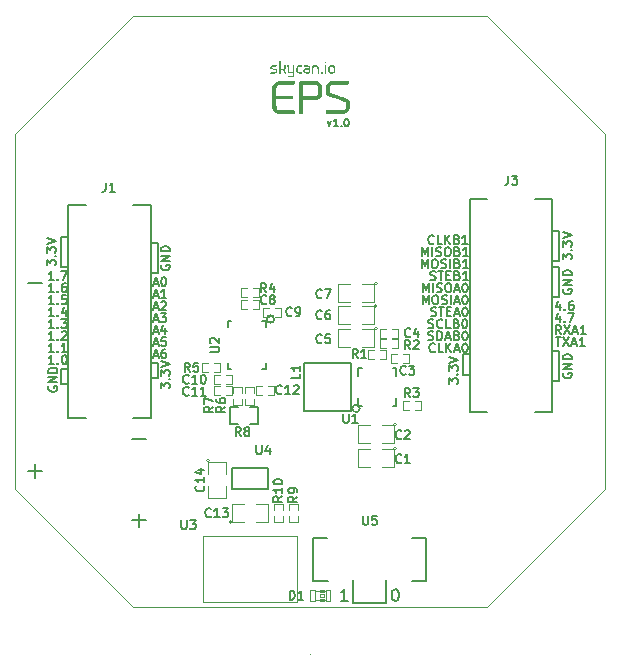
<source format=gto>
G04 (created by PCBNEW (2013-09-06 BZR 4312)-stable) date P 15 sept  2013 15:04:35 EEST*
%MOIN*%
G04 Gerber Fmt 3.4, Leading zero omitted, Abs format*
%FSLAX34Y34*%
G01*
G70*
G90*
G04 APERTURE LIST*
%ADD10C,0.000787*%
%ADD11C,0.006000*%
%ADD12C,0.001000*%
%ADD13C,0.005000*%
%ADD14C,0.007874*%
%ADD15C,0.005906*%
%ADD16C,0.003900*%
%ADD17C,0.002800*%
%ADD18C,0.000100*%
%ADD19C,0.002600*%
%ADD20C,0.004000*%
G04 APERTURE END LIST*
G54D10*
G54D11*
X39821Y-44342D02*
X40278Y-44342D01*
X39821Y-50592D02*
X40278Y-50592D01*
X40050Y-50821D02*
X40050Y-50364D01*
X50464Y-54930D02*
X50235Y-54930D01*
X50350Y-54930D02*
X50350Y-54530D01*
X50311Y-54588D01*
X50273Y-54626D01*
X50235Y-54645D01*
X52030Y-54530D02*
X52069Y-54530D01*
X52107Y-54550D01*
X52126Y-54569D01*
X52145Y-54607D01*
X52164Y-54683D01*
X52164Y-54778D01*
X52145Y-54854D01*
X52126Y-54892D01*
X52107Y-54911D01*
X52069Y-54930D01*
X52030Y-54930D01*
X51992Y-54911D01*
X51973Y-54892D01*
X51954Y-54854D01*
X51935Y-54778D01*
X51935Y-54683D01*
X51954Y-54607D01*
X51973Y-54569D01*
X51992Y-54550D01*
X52030Y-54530D01*
X43271Y-49542D02*
X43728Y-49542D01*
X43271Y-52242D02*
X43728Y-52242D01*
X43500Y-52471D02*
X43500Y-52014D01*
G54D12*
X49213Y-56692D02*
G75*
G03X49213Y-56692I0J0D01*
G74*
G01*
X49211Y-56692D02*
X49213Y-56692D01*
X49212Y-56691D02*
X49212Y-56693D01*
X43307Y-55118D02*
X39370Y-51181D01*
X55118Y-55118D02*
X43307Y-55118D01*
G54D13*
X57400Y-46135D02*
X57571Y-46135D01*
X57485Y-46435D02*
X57485Y-46135D01*
X57642Y-46135D02*
X57842Y-46435D01*
X57842Y-46135D02*
X57642Y-46435D01*
X57942Y-46350D02*
X58085Y-46350D01*
X57914Y-46435D02*
X58014Y-46135D01*
X58114Y-46435D01*
X58371Y-46435D02*
X58200Y-46435D01*
X58285Y-46435D02*
X58285Y-46135D01*
X58257Y-46178D01*
X58228Y-46207D01*
X58200Y-46221D01*
X57578Y-46035D02*
X57478Y-45892D01*
X57407Y-46035D02*
X57407Y-45735D01*
X57521Y-45735D01*
X57550Y-45750D01*
X57564Y-45764D01*
X57578Y-45792D01*
X57578Y-45835D01*
X57564Y-45864D01*
X57550Y-45878D01*
X57521Y-45892D01*
X57407Y-45892D01*
X57678Y-45735D02*
X57878Y-46035D01*
X57878Y-45735D02*
X57678Y-46035D01*
X57978Y-45950D02*
X58121Y-45950D01*
X57950Y-46035D02*
X58050Y-45735D01*
X58150Y-46035D01*
X58407Y-46035D02*
X58235Y-46035D01*
X58321Y-46035D02*
X58321Y-45735D01*
X58292Y-45778D01*
X58264Y-45807D01*
X58235Y-45821D01*
X57542Y-45435D02*
X57542Y-45635D01*
X57471Y-45321D02*
X57400Y-45535D01*
X57585Y-45535D01*
X57700Y-45607D02*
X57714Y-45621D01*
X57700Y-45635D01*
X57685Y-45621D01*
X57700Y-45607D01*
X57700Y-45635D01*
X57814Y-45335D02*
X58014Y-45335D01*
X57885Y-45635D01*
X57542Y-45035D02*
X57542Y-45235D01*
X57471Y-44921D02*
X57400Y-45135D01*
X57585Y-45135D01*
X57700Y-45207D02*
X57714Y-45221D01*
X57700Y-45235D01*
X57685Y-45221D01*
X57700Y-45207D01*
X57700Y-45235D01*
X57971Y-44935D02*
X57914Y-44935D01*
X57885Y-44950D01*
X57871Y-44964D01*
X57842Y-45007D01*
X57828Y-45064D01*
X57828Y-45178D01*
X57842Y-45207D01*
X57857Y-45221D01*
X57885Y-45235D01*
X57942Y-45235D01*
X57971Y-45221D01*
X57985Y-45207D01*
X58000Y-45178D01*
X58000Y-45107D01*
X57985Y-45078D01*
X57971Y-45064D01*
X57942Y-45050D01*
X57885Y-45050D01*
X57857Y-45064D01*
X57842Y-45078D01*
X57828Y-45107D01*
X53375Y-46607D02*
X53360Y-46621D01*
X53317Y-46635D01*
X53289Y-46635D01*
X53246Y-46621D01*
X53217Y-46592D01*
X53203Y-46564D01*
X53189Y-46507D01*
X53189Y-46464D01*
X53203Y-46407D01*
X53217Y-46378D01*
X53246Y-46350D01*
X53289Y-46335D01*
X53317Y-46335D01*
X53360Y-46350D01*
X53375Y-46364D01*
X53646Y-46635D02*
X53503Y-46635D01*
X53503Y-46335D01*
X53746Y-46635D02*
X53746Y-46335D01*
X53917Y-46635D02*
X53789Y-46464D01*
X53917Y-46335D02*
X53746Y-46507D01*
X54032Y-46550D02*
X54175Y-46550D01*
X54003Y-46635D02*
X54103Y-46335D01*
X54203Y-46635D01*
X54360Y-46335D02*
X54389Y-46335D01*
X54417Y-46350D01*
X54432Y-46364D01*
X54446Y-46392D01*
X54460Y-46450D01*
X54460Y-46521D01*
X54446Y-46578D01*
X54432Y-46607D01*
X54417Y-46621D01*
X54389Y-46635D01*
X54360Y-46635D01*
X54332Y-46621D01*
X54317Y-46607D01*
X54303Y-46578D01*
X54289Y-46521D01*
X54289Y-46450D01*
X54303Y-46392D01*
X54317Y-46364D01*
X54332Y-46350D01*
X54360Y-46335D01*
X53142Y-46221D02*
X53185Y-46235D01*
X53257Y-46235D01*
X53285Y-46221D01*
X53300Y-46207D01*
X53314Y-46178D01*
X53314Y-46150D01*
X53300Y-46121D01*
X53285Y-46107D01*
X53257Y-46092D01*
X53200Y-46078D01*
X53171Y-46064D01*
X53157Y-46050D01*
X53142Y-46021D01*
X53142Y-45992D01*
X53157Y-45964D01*
X53171Y-45950D01*
X53200Y-45935D01*
X53271Y-45935D01*
X53314Y-45950D01*
X53442Y-46235D02*
X53442Y-45935D01*
X53514Y-45935D01*
X53557Y-45950D01*
X53585Y-45978D01*
X53600Y-46007D01*
X53614Y-46064D01*
X53614Y-46107D01*
X53600Y-46164D01*
X53585Y-46192D01*
X53557Y-46221D01*
X53514Y-46235D01*
X53442Y-46235D01*
X53728Y-46150D02*
X53871Y-46150D01*
X53700Y-46235D02*
X53800Y-45935D01*
X53900Y-46235D01*
X54100Y-46078D02*
X54142Y-46092D01*
X54157Y-46107D01*
X54171Y-46135D01*
X54171Y-46178D01*
X54157Y-46207D01*
X54142Y-46221D01*
X54114Y-46235D01*
X54000Y-46235D01*
X54000Y-45935D01*
X54100Y-45935D01*
X54128Y-45950D01*
X54142Y-45964D01*
X54157Y-45992D01*
X54157Y-46021D01*
X54142Y-46050D01*
X54128Y-46064D01*
X54100Y-46078D01*
X54000Y-46078D01*
X54357Y-45935D02*
X54385Y-45935D01*
X54414Y-45950D01*
X54428Y-45964D01*
X54442Y-45992D01*
X54457Y-46050D01*
X54457Y-46121D01*
X54442Y-46178D01*
X54428Y-46207D01*
X54414Y-46221D01*
X54385Y-46235D01*
X54357Y-46235D01*
X54328Y-46221D01*
X54314Y-46207D01*
X54300Y-46178D01*
X54285Y-46121D01*
X54285Y-46050D01*
X54300Y-45992D01*
X54314Y-45964D01*
X54328Y-45950D01*
X54357Y-45935D01*
X53150Y-45821D02*
X53192Y-45835D01*
X53264Y-45835D01*
X53292Y-45821D01*
X53307Y-45807D01*
X53321Y-45778D01*
X53321Y-45750D01*
X53307Y-45721D01*
X53292Y-45707D01*
X53264Y-45692D01*
X53207Y-45678D01*
X53178Y-45664D01*
X53164Y-45650D01*
X53150Y-45621D01*
X53150Y-45592D01*
X53164Y-45564D01*
X53178Y-45550D01*
X53207Y-45535D01*
X53278Y-45535D01*
X53321Y-45550D01*
X53621Y-45807D02*
X53607Y-45821D01*
X53564Y-45835D01*
X53535Y-45835D01*
X53492Y-45821D01*
X53464Y-45792D01*
X53450Y-45764D01*
X53435Y-45707D01*
X53435Y-45664D01*
X53450Y-45607D01*
X53464Y-45578D01*
X53492Y-45550D01*
X53535Y-45535D01*
X53564Y-45535D01*
X53607Y-45550D01*
X53621Y-45564D01*
X53892Y-45835D02*
X53750Y-45835D01*
X53750Y-45535D01*
X54092Y-45678D02*
X54135Y-45692D01*
X54150Y-45707D01*
X54164Y-45735D01*
X54164Y-45778D01*
X54150Y-45807D01*
X54135Y-45821D01*
X54107Y-45835D01*
X53992Y-45835D01*
X53992Y-45535D01*
X54092Y-45535D01*
X54121Y-45550D01*
X54135Y-45564D01*
X54150Y-45592D01*
X54150Y-45621D01*
X54135Y-45650D01*
X54121Y-45664D01*
X54092Y-45678D01*
X53992Y-45678D01*
X54350Y-45535D02*
X54378Y-45535D01*
X54407Y-45550D01*
X54421Y-45564D01*
X54435Y-45592D01*
X54450Y-45650D01*
X54450Y-45721D01*
X54435Y-45778D01*
X54421Y-45807D01*
X54407Y-45821D01*
X54378Y-45835D01*
X54350Y-45835D01*
X54321Y-45821D01*
X54307Y-45807D01*
X54292Y-45778D01*
X54278Y-45721D01*
X54278Y-45650D01*
X54292Y-45592D01*
X54307Y-45564D01*
X54321Y-45550D01*
X54350Y-45535D01*
X53242Y-45421D02*
X53285Y-45435D01*
X53357Y-45435D01*
X53385Y-45421D01*
X53400Y-45407D01*
X53414Y-45378D01*
X53414Y-45350D01*
X53400Y-45321D01*
X53385Y-45307D01*
X53357Y-45292D01*
X53300Y-45278D01*
X53271Y-45264D01*
X53257Y-45250D01*
X53242Y-45221D01*
X53242Y-45192D01*
X53257Y-45164D01*
X53271Y-45150D01*
X53300Y-45135D01*
X53371Y-45135D01*
X53414Y-45150D01*
X53500Y-45135D02*
X53671Y-45135D01*
X53585Y-45435D02*
X53585Y-45135D01*
X53771Y-45278D02*
X53871Y-45278D01*
X53914Y-45435D02*
X53771Y-45435D01*
X53771Y-45135D01*
X53914Y-45135D01*
X54028Y-45350D02*
X54171Y-45350D01*
X54000Y-45435D02*
X54100Y-45135D01*
X54200Y-45435D01*
X54357Y-45135D02*
X54385Y-45135D01*
X54414Y-45150D01*
X54428Y-45164D01*
X54442Y-45192D01*
X54457Y-45250D01*
X54457Y-45321D01*
X54442Y-45378D01*
X54428Y-45407D01*
X54414Y-45421D01*
X54385Y-45435D01*
X54357Y-45435D01*
X54328Y-45421D01*
X54314Y-45407D01*
X54300Y-45378D01*
X54285Y-45321D01*
X54285Y-45250D01*
X54300Y-45192D01*
X54314Y-45164D01*
X54328Y-45150D01*
X54357Y-45135D01*
X52957Y-45035D02*
X52957Y-44735D01*
X53057Y-44950D01*
X53157Y-44735D01*
X53157Y-45035D01*
X53357Y-44735D02*
X53414Y-44735D01*
X53442Y-44750D01*
X53471Y-44778D01*
X53485Y-44835D01*
X53485Y-44935D01*
X53471Y-44992D01*
X53442Y-45021D01*
X53414Y-45035D01*
X53357Y-45035D01*
X53328Y-45021D01*
X53300Y-44992D01*
X53285Y-44935D01*
X53285Y-44835D01*
X53300Y-44778D01*
X53328Y-44750D01*
X53357Y-44735D01*
X53600Y-45021D02*
X53642Y-45035D01*
X53714Y-45035D01*
X53742Y-45021D01*
X53757Y-45007D01*
X53771Y-44978D01*
X53771Y-44950D01*
X53757Y-44921D01*
X53742Y-44907D01*
X53714Y-44892D01*
X53657Y-44878D01*
X53628Y-44864D01*
X53614Y-44850D01*
X53600Y-44821D01*
X53600Y-44792D01*
X53614Y-44764D01*
X53628Y-44750D01*
X53657Y-44735D01*
X53728Y-44735D01*
X53771Y-44750D01*
X53900Y-45035D02*
X53900Y-44735D01*
X54028Y-44950D02*
X54171Y-44950D01*
X54000Y-45035D02*
X54100Y-44735D01*
X54200Y-45035D01*
X54357Y-44735D02*
X54385Y-44735D01*
X54414Y-44750D01*
X54428Y-44764D01*
X54442Y-44792D01*
X54457Y-44850D01*
X54457Y-44921D01*
X54442Y-44978D01*
X54428Y-45007D01*
X54414Y-45021D01*
X54385Y-45035D01*
X54357Y-45035D01*
X54328Y-45021D01*
X54314Y-45007D01*
X54300Y-44978D01*
X54285Y-44921D01*
X54285Y-44850D01*
X54300Y-44792D01*
X54314Y-44764D01*
X54328Y-44750D01*
X54357Y-44735D01*
X52957Y-44635D02*
X52957Y-44335D01*
X53057Y-44550D01*
X53157Y-44335D01*
X53157Y-44635D01*
X53300Y-44635D02*
X53300Y-44335D01*
X53428Y-44621D02*
X53471Y-44635D01*
X53542Y-44635D01*
X53571Y-44621D01*
X53585Y-44607D01*
X53600Y-44578D01*
X53600Y-44550D01*
X53585Y-44521D01*
X53571Y-44507D01*
X53542Y-44492D01*
X53485Y-44478D01*
X53457Y-44464D01*
X53442Y-44450D01*
X53428Y-44421D01*
X53428Y-44392D01*
X53442Y-44364D01*
X53457Y-44350D01*
X53485Y-44335D01*
X53557Y-44335D01*
X53600Y-44350D01*
X53785Y-44335D02*
X53842Y-44335D01*
X53871Y-44350D01*
X53900Y-44378D01*
X53914Y-44435D01*
X53914Y-44535D01*
X53900Y-44592D01*
X53871Y-44621D01*
X53842Y-44635D01*
X53785Y-44635D01*
X53757Y-44621D01*
X53728Y-44592D01*
X53714Y-44535D01*
X53714Y-44435D01*
X53728Y-44378D01*
X53757Y-44350D01*
X53785Y-44335D01*
X54028Y-44550D02*
X54171Y-44550D01*
X54000Y-44635D02*
X54100Y-44335D01*
X54200Y-44635D01*
X54357Y-44335D02*
X54385Y-44335D01*
X54414Y-44350D01*
X54428Y-44364D01*
X54442Y-44392D01*
X54457Y-44450D01*
X54457Y-44521D01*
X54442Y-44578D01*
X54428Y-44607D01*
X54414Y-44621D01*
X54385Y-44635D01*
X54357Y-44635D01*
X54328Y-44621D01*
X54314Y-44607D01*
X54300Y-44578D01*
X54285Y-44521D01*
X54285Y-44450D01*
X54300Y-44392D01*
X54314Y-44364D01*
X54328Y-44350D01*
X54357Y-44335D01*
X53221Y-44221D02*
X53264Y-44235D01*
X53335Y-44235D01*
X53364Y-44221D01*
X53378Y-44207D01*
X53392Y-44178D01*
X53392Y-44150D01*
X53378Y-44121D01*
X53364Y-44107D01*
X53335Y-44092D01*
X53278Y-44078D01*
X53250Y-44064D01*
X53235Y-44050D01*
X53221Y-44021D01*
X53221Y-43992D01*
X53235Y-43964D01*
X53250Y-43950D01*
X53278Y-43935D01*
X53350Y-43935D01*
X53392Y-43950D01*
X53478Y-43935D02*
X53650Y-43935D01*
X53564Y-44235D02*
X53564Y-43935D01*
X53750Y-44078D02*
X53850Y-44078D01*
X53892Y-44235D02*
X53750Y-44235D01*
X53750Y-43935D01*
X53892Y-43935D01*
X54121Y-44078D02*
X54164Y-44092D01*
X54178Y-44107D01*
X54192Y-44135D01*
X54192Y-44178D01*
X54178Y-44207D01*
X54164Y-44221D01*
X54135Y-44235D01*
X54021Y-44235D01*
X54021Y-43935D01*
X54121Y-43935D01*
X54150Y-43950D01*
X54164Y-43964D01*
X54178Y-43992D01*
X54178Y-44021D01*
X54164Y-44050D01*
X54150Y-44064D01*
X54121Y-44078D01*
X54021Y-44078D01*
X54478Y-44235D02*
X54307Y-44235D01*
X54392Y-44235D02*
X54392Y-43935D01*
X54364Y-43978D01*
X54335Y-44007D01*
X54307Y-44021D01*
X52935Y-43835D02*
X52935Y-43535D01*
X53035Y-43750D01*
X53135Y-43535D01*
X53135Y-43835D01*
X53335Y-43535D02*
X53392Y-43535D01*
X53421Y-43550D01*
X53450Y-43578D01*
X53464Y-43635D01*
X53464Y-43735D01*
X53450Y-43792D01*
X53421Y-43821D01*
X53392Y-43835D01*
X53335Y-43835D01*
X53307Y-43821D01*
X53278Y-43792D01*
X53264Y-43735D01*
X53264Y-43635D01*
X53278Y-43578D01*
X53307Y-43550D01*
X53335Y-43535D01*
X53578Y-43821D02*
X53621Y-43835D01*
X53692Y-43835D01*
X53721Y-43821D01*
X53735Y-43807D01*
X53750Y-43778D01*
X53750Y-43750D01*
X53735Y-43721D01*
X53721Y-43707D01*
X53692Y-43692D01*
X53635Y-43678D01*
X53607Y-43664D01*
X53592Y-43650D01*
X53578Y-43621D01*
X53578Y-43592D01*
X53592Y-43564D01*
X53607Y-43550D01*
X53635Y-43535D01*
X53707Y-43535D01*
X53750Y-43550D01*
X53878Y-43835D02*
X53878Y-43535D01*
X54121Y-43678D02*
X54164Y-43692D01*
X54178Y-43707D01*
X54192Y-43735D01*
X54192Y-43778D01*
X54178Y-43807D01*
X54164Y-43821D01*
X54135Y-43835D01*
X54021Y-43835D01*
X54021Y-43535D01*
X54121Y-43535D01*
X54150Y-43550D01*
X54164Y-43564D01*
X54178Y-43592D01*
X54178Y-43621D01*
X54164Y-43650D01*
X54150Y-43664D01*
X54121Y-43678D01*
X54021Y-43678D01*
X54478Y-43835D02*
X54307Y-43835D01*
X54392Y-43835D02*
X54392Y-43535D01*
X54364Y-43578D01*
X54335Y-43607D01*
X54307Y-43621D01*
X52935Y-43435D02*
X52935Y-43135D01*
X53035Y-43350D01*
X53135Y-43135D01*
X53135Y-43435D01*
X53278Y-43435D02*
X53278Y-43135D01*
X53407Y-43421D02*
X53450Y-43435D01*
X53521Y-43435D01*
X53550Y-43421D01*
X53564Y-43407D01*
X53578Y-43378D01*
X53578Y-43350D01*
X53564Y-43321D01*
X53550Y-43307D01*
X53521Y-43292D01*
X53464Y-43278D01*
X53435Y-43264D01*
X53421Y-43250D01*
X53407Y-43221D01*
X53407Y-43192D01*
X53421Y-43164D01*
X53435Y-43150D01*
X53464Y-43135D01*
X53535Y-43135D01*
X53578Y-43150D01*
X53764Y-43135D02*
X53821Y-43135D01*
X53850Y-43150D01*
X53878Y-43178D01*
X53892Y-43235D01*
X53892Y-43335D01*
X53878Y-43392D01*
X53850Y-43421D01*
X53821Y-43435D01*
X53764Y-43435D01*
X53735Y-43421D01*
X53707Y-43392D01*
X53692Y-43335D01*
X53692Y-43235D01*
X53707Y-43178D01*
X53735Y-43150D01*
X53764Y-43135D01*
X54121Y-43278D02*
X54164Y-43292D01*
X54178Y-43307D01*
X54192Y-43335D01*
X54192Y-43378D01*
X54178Y-43407D01*
X54164Y-43421D01*
X54135Y-43435D01*
X54021Y-43435D01*
X54021Y-43135D01*
X54121Y-43135D01*
X54150Y-43150D01*
X54164Y-43164D01*
X54178Y-43192D01*
X54178Y-43221D01*
X54164Y-43250D01*
X54150Y-43264D01*
X54121Y-43278D01*
X54021Y-43278D01*
X54478Y-43435D02*
X54307Y-43435D01*
X54392Y-43435D02*
X54392Y-43135D01*
X54364Y-43178D01*
X54335Y-43207D01*
X54307Y-43221D01*
X53328Y-43007D02*
X53314Y-43021D01*
X53271Y-43035D01*
X53242Y-43035D01*
X53200Y-43021D01*
X53171Y-42992D01*
X53157Y-42964D01*
X53142Y-42907D01*
X53142Y-42864D01*
X53157Y-42807D01*
X53171Y-42778D01*
X53200Y-42750D01*
X53242Y-42735D01*
X53271Y-42735D01*
X53314Y-42750D01*
X53328Y-42764D01*
X53600Y-43035D02*
X53457Y-43035D01*
X53457Y-42735D01*
X53700Y-43035D02*
X53700Y-42735D01*
X53871Y-43035D02*
X53742Y-42864D01*
X53871Y-42735D02*
X53700Y-42907D01*
X54100Y-42878D02*
X54142Y-42892D01*
X54157Y-42907D01*
X54171Y-42935D01*
X54171Y-42978D01*
X54157Y-43007D01*
X54142Y-43021D01*
X54114Y-43035D01*
X54000Y-43035D01*
X54000Y-42735D01*
X54100Y-42735D01*
X54128Y-42750D01*
X54142Y-42764D01*
X54157Y-42792D01*
X54157Y-42821D01*
X54142Y-42850D01*
X54128Y-42864D01*
X54100Y-42878D01*
X54000Y-42878D01*
X54457Y-43035D02*
X54285Y-43035D01*
X54371Y-43035D02*
X54371Y-42735D01*
X54342Y-42778D01*
X54314Y-42807D01*
X54285Y-42821D01*
X53835Y-47692D02*
X53835Y-47507D01*
X53950Y-47607D01*
X53950Y-47564D01*
X53964Y-47535D01*
X53978Y-47521D01*
X54007Y-47507D01*
X54078Y-47507D01*
X54107Y-47521D01*
X54121Y-47535D01*
X54135Y-47564D01*
X54135Y-47650D01*
X54121Y-47678D01*
X54107Y-47692D01*
X54107Y-47378D02*
X54121Y-47364D01*
X54135Y-47378D01*
X54121Y-47392D01*
X54107Y-47378D01*
X54135Y-47378D01*
X53835Y-47264D02*
X53835Y-47078D01*
X53950Y-47178D01*
X53950Y-47135D01*
X53964Y-47107D01*
X53978Y-47092D01*
X54007Y-47078D01*
X54078Y-47078D01*
X54107Y-47092D01*
X54121Y-47107D01*
X54135Y-47135D01*
X54135Y-47221D01*
X54121Y-47250D01*
X54107Y-47264D01*
X53835Y-46992D02*
X54135Y-46892D01*
X53835Y-46792D01*
G54D14*
X54300Y-47400D02*
X54500Y-47400D01*
X54300Y-46700D02*
X54300Y-47400D01*
X54500Y-46700D02*
X54300Y-46700D01*
G54D13*
X57650Y-47328D02*
X57635Y-47357D01*
X57635Y-47400D01*
X57650Y-47442D01*
X57678Y-47471D01*
X57707Y-47485D01*
X57764Y-47500D01*
X57807Y-47500D01*
X57864Y-47485D01*
X57892Y-47471D01*
X57921Y-47442D01*
X57935Y-47400D01*
X57935Y-47371D01*
X57921Y-47328D01*
X57907Y-47314D01*
X57807Y-47314D01*
X57807Y-47371D01*
X57935Y-47185D02*
X57635Y-47185D01*
X57935Y-47014D01*
X57635Y-47014D01*
X57935Y-46871D02*
X57635Y-46871D01*
X57635Y-46800D01*
X57650Y-46757D01*
X57678Y-46728D01*
X57707Y-46714D01*
X57764Y-46700D01*
X57807Y-46700D01*
X57864Y-46714D01*
X57892Y-46728D01*
X57921Y-46757D01*
X57935Y-46800D01*
X57935Y-46871D01*
G54D14*
X57500Y-46600D02*
X57300Y-46600D01*
X57500Y-47600D02*
X57500Y-46600D01*
X57300Y-47600D02*
X57500Y-47600D01*
G54D13*
X57650Y-44528D02*
X57635Y-44557D01*
X57635Y-44600D01*
X57650Y-44642D01*
X57678Y-44671D01*
X57707Y-44685D01*
X57764Y-44700D01*
X57807Y-44700D01*
X57864Y-44685D01*
X57892Y-44671D01*
X57921Y-44642D01*
X57935Y-44600D01*
X57935Y-44571D01*
X57921Y-44528D01*
X57907Y-44514D01*
X57807Y-44514D01*
X57807Y-44571D01*
X57935Y-44385D02*
X57635Y-44385D01*
X57935Y-44214D01*
X57635Y-44214D01*
X57935Y-44071D02*
X57635Y-44071D01*
X57635Y-44000D01*
X57650Y-43957D01*
X57678Y-43928D01*
X57707Y-43914D01*
X57764Y-43900D01*
X57807Y-43900D01*
X57864Y-43914D01*
X57892Y-43928D01*
X57921Y-43957D01*
X57935Y-44000D01*
X57935Y-44071D01*
G54D14*
X57500Y-43800D02*
X57300Y-43800D01*
X57500Y-44800D02*
X57500Y-43800D01*
X57300Y-44800D02*
X57500Y-44800D01*
G54D13*
X57635Y-43542D02*
X57635Y-43357D01*
X57750Y-43457D01*
X57750Y-43414D01*
X57764Y-43385D01*
X57778Y-43371D01*
X57807Y-43357D01*
X57878Y-43357D01*
X57907Y-43371D01*
X57921Y-43385D01*
X57935Y-43414D01*
X57935Y-43500D01*
X57921Y-43528D01*
X57907Y-43542D01*
X57907Y-43228D02*
X57921Y-43214D01*
X57935Y-43228D01*
X57921Y-43242D01*
X57907Y-43228D01*
X57935Y-43228D01*
X57635Y-43114D02*
X57635Y-42928D01*
X57750Y-43028D01*
X57750Y-42985D01*
X57764Y-42957D01*
X57778Y-42942D01*
X57807Y-42928D01*
X57878Y-42928D01*
X57907Y-42942D01*
X57921Y-42957D01*
X57935Y-42985D01*
X57935Y-43071D01*
X57921Y-43100D01*
X57907Y-43114D01*
X57635Y-42842D02*
X57935Y-42742D01*
X57635Y-42642D01*
G54D14*
X57500Y-42600D02*
X57300Y-42600D01*
X57500Y-43600D02*
X57500Y-42600D01*
X57300Y-43600D02*
X57500Y-43600D01*
G54D13*
X43985Y-46750D02*
X44128Y-46750D01*
X43957Y-46835D02*
X44057Y-46535D01*
X44157Y-46835D01*
X44385Y-46535D02*
X44328Y-46535D01*
X44300Y-46550D01*
X44285Y-46564D01*
X44257Y-46607D01*
X44242Y-46664D01*
X44242Y-46778D01*
X44257Y-46807D01*
X44271Y-46821D01*
X44300Y-46835D01*
X44357Y-46835D01*
X44385Y-46821D01*
X44400Y-46807D01*
X44414Y-46778D01*
X44414Y-46707D01*
X44400Y-46678D01*
X44385Y-46664D01*
X44357Y-46650D01*
X44300Y-46650D01*
X44271Y-46664D01*
X44257Y-46678D01*
X44242Y-46707D01*
X43985Y-46350D02*
X44128Y-46350D01*
X43957Y-46435D02*
X44057Y-46135D01*
X44157Y-46435D01*
X44400Y-46135D02*
X44257Y-46135D01*
X44242Y-46278D01*
X44257Y-46264D01*
X44285Y-46250D01*
X44357Y-46250D01*
X44385Y-46264D01*
X44400Y-46278D01*
X44414Y-46307D01*
X44414Y-46378D01*
X44400Y-46407D01*
X44385Y-46421D01*
X44357Y-46435D01*
X44285Y-46435D01*
X44257Y-46421D01*
X44242Y-46407D01*
X43985Y-45950D02*
X44128Y-45950D01*
X43957Y-46035D02*
X44057Y-45735D01*
X44157Y-46035D01*
X44385Y-45835D02*
X44385Y-46035D01*
X44314Y-45721D02*
X44242Y-45935D01*
X44428Y-45935D01*
X43985Y-45550D02*
X44128Y-45550D01*
X43957Y-45635D02*
X44057Y-45335D01*
X44157Y-45635D01*
X44228Y-45335D02*
X44414Y-45335D01*
X44314Y-45450D01*
X44357Y-45450D01*
X44385Y-45464D01*
X44400Y-45478D01*
X44414Y-45507D01*
X44414Y-45578D01*
X44400Y-45607D01*
X44385Y-45621D01*
X44357Y-45635D01*
X44271Y-45635D01*
X44242Y-45621D01*
X44228Y-45607D01*
X43985Y-45150D02*
X44128Y-45150D01*
X43957Y-45235D02*
X44057Y-44935D01*
X44157Y-45235D01*
X44242Y-44964D02*
X44257Y-44950D01*
X44285Y-44935D01*
X44357Y-44935D01*
X44385Y-44950D01*
X44400Y-44964D01*
X44414Y-44992D01*
X44414Y-45021D01*
X44400Y-45064D01*
X44228Y-45235D01*
X44414Y-45235D01*
X43985Y-44750D02*
X44128Y-44750D01*
X43957Y-44835D02*
X44057Y-44535D01*
X44157Y-44835D01*
X44414Y-44835D02*
X44242Y-44835D01*
X44328Y-44835D02*
X44328Y-44535D01*
X44300Y-44578D01*
X44271Y-44607D01*
X44242Y-44621D01*
X43985Y-44350D02*
X44128Y-44350D01*
X43957Y-44435D02*
X44057Y-44135D01*
X44157Y-44435D01*
X44314Y-44135D02*
X44342Y-44135D01*
X44371Y-44150D01*
X44385Y-44164D01*
X44400Y-44192D01*
X44414Y-44250D01*
X44414Y-44321D01*
X44400Y-44378D01*
X44385Y-44407D01*
X44371Y-44421D01*
X44342Y-44435D01*
X44314Y-44435D01*
X44285Y-44421D01*
X44271Y-44407D01*
X44257Y-44378D01*
X44242Y-44321D01*
X44242Y-44250D01*
X44257Y-44192D01*
X44271Y-44164D01*
X44285Y-44150D01*
X44314Y-44135D01*
X44235Y-47842D02*
X44235Y-47657D01*
X44350Y-47757D01*
X44350Y-47714D01*
X44364Y-47685D01*
X44378Y-47671D01*
X44407Y-47657D01*
X44478Y-47657D01*
X44507Y-47671D01*
X44521Y-47685D01*
X44535Y-47714D01*
X44535Y-47800D01*
X44521Y-47828D01*
X44507Y-47842D01*
X44507Y-47528D02*
X44521Y-47514D01*
X44535Y-47528D01*
X44521Y-47542D01*
X44507Y-47528D01*
X44535Y-47528D01*
X44235Y-47414D02*
X44235Y-47228D01*
X44350Y-47328D01*
X44350Y-47285D01*
X44364Y-47257D01*
X44378Y-47242D01*
X44407Y-47228D01*
X44478Y-47228D01*
X44507Y-47242D01*
X44521Y-47257D01*
X44535Y-47285D01*
X44535Y-47371D01*
X44521Y-47400D01*
X44507Y-47414D01*
X44235Y-47142D02*
X44535Y-47042D01*
X44235Y-46942D01*
G54D14*
X44150Y-47000D02*
X43950Y-47000D01*
X44150Y-47500D02*
X44150Y-47000D01*
X43950Y-47500D02*
X44150Y-47500D01*
G54D13*
X40500Y-47778D02*
X40485Y-47807D01*
X40485Y-47850D01*
X40500Y-47892D01*
X40528Y-47921D01*
X40557Y-47935D01*
X40614Y-47950D01*
X40657Y-47950D01*
X40714Y-47935D01*
X40742Y-47921D01*
X40771Y-47892D01*
X40785Y-47850D01*
X40785Y-47821D01*
X40771Y-47778D01*
X40757Y-47764D01*
X40657Y-47764D01*
X40657Y-47821D01*
X40785Y-47635D02*
X40485Y-47635D01*
X40785Y-47464D01*
X40485Y-47464D01*
X40785Y-47321D02*
X40485Y-47321D01*
X40485Y-47250D01*
X40500Y-47207D01*
X40528Y-47178D01*
X40557Y-47164D01*
X40614Y-47150D01*
X40657Y-47150D01*
X40714Y-47164D01*
X40742Y-47178D01*
X40771Y-47207D01*
X40785Y-47250D01*
X40785Y-47321D01*
G54D14*
X40900Y-47700D02*
X41100Y-47700D01*
X40900Y-47200D02*
X40900Y-47700D01*
X41100Y-47200D02*
X40900Y-47200D01*
G54D13*
X40671Y-47035D02*
X40500Y-47035D01*
X40585Y-47035D02*
X40585Y-46735D01*
X40557Y-46778D01*
X40528Y-46807D01*
X40500Y-46821D01*
X40800Y-47007D02*
X40814Y-47021D01*
X40800Y-47035D01*
X40785Y-47021D01*
X40800Y-47007D01*
X40800Y-47035D01*
X41000Y-46735D02*
X41028Y-46735D01*
X41057Y-46750D01*
X41071Y-46764D01*
X41085Y-46792D01*
X41100Y-46850D01*
X41100Y-46921D01*
X41085Y-46978D01*
X41071Y-47007D01*
X41057Y-47021D01*
X41028Y-47035D01*
X41000Y-47035D01*
X40971Y-47021D01*
X40957Y-47007D01*
X40942Y-46978D01*
X40928Y-46921D01*
X40928Y-46850D01*
X40942Y-46792D01*
X40957Y-46764D01*
X40971Y-46750D01*
X41000Y-46735D01*
X40671Y-46635D02*
X40500Y-46635D01*
X40585Y-46635D02*
X40585Y-46335D01*
X40557Y-46378D01*
X40528Y-46407D01*
X40500Y-46421D01*
X40800Y-46607D02*
X40814Y-46621D01*
X40800Y-46635D01*
X40785Y-46621D01*
X40800Y-46607D01*
X40800Y-46635D01*
X41100Y-46635D02*
X40928Y-46635D01*
X41014Y-46635D02*
X41014Y-46335D01*
X40985Y-46378D01*
X40957Y-46407D01*
X40928Y-46421D01*
X40671Y-46235D02*
X40500Y-46235D01*
X40585Y-46235D02*
X40585Y-45935D01*
X40557Y-45978D01*
X40528Y-46007D01*
X40500Y-46021D01*
X40800Y-46207D02*
X40814Y-46221D01*
X40800Y-46235D01*
X40785Y-46221D01*
X40800Y-46207D01*
X40800Y-46235D01*
X40928Y-45964D02*
X40942Y-45950D01*
X40971Y-45935D01*
X41042Y-45935D01*
X41071Y-45950D01*
X41085Y-45964D01*
X41100Y-45992D01*
X41100Y-46021D01*
X41085Y-46064D01*
X40914Y-46235D01*
X41100Y-46235D01*
X40671Y-45835D02*
X40500Y-45835D01*
X40585Y-45835D02*
X40585Y-45535D01*
X40557Y-45578D01*
X40528Y-45607D01*
X40500Y-45621D01*
X40800Y-45807D02*
X40814Y-45821D01*
X40800Y-45835D01*
X40785Y-45821D01*
X40800Y-45807D01*
X40800Y-45835D01*
X40914Y-45535D02*
X41100Y-45535D01*
X41000Y-45650D01*
X41042Y-45650D01*
X41071Y-45664D01*
X41085Y-45678D01*
X41100Y-45707D01*
X41100Y-45778D01*
X41085Y-45807D01*
X41071Y-45821D01*
X41042Y-45835D01*
X40957Y-45835D01*
X40928Y-45821D01*
X40914Y-45807D01*
X40671Y-45435D02*
X40500Y-45435D01*
X40585Y-45435D02*
X40585Y-45135D01*
X40557Y-45178D01*
X40528Y-45207D01*
X40500Y-45221D01*
X40800Y-45407D02*
X40814Y-45421D01*
X40800Y-45435D01*
X40785Y-45421D01*
X40800Y-45407D01*
X40800Y-45435D01*
X41071Y-45235D02*
X41071Y-45435D01*
X41000Y-45121D02*
X40928Y-45335D01*
X41114Y-45335D01*
X40671Y-45035D02*
X40500Y-45035D01*
X40585Y-45035D02*
X40585Y-44735D01*
X40557Y-44778D01*
X40528Y-44807D01*
X40500Y-44821D01*
X40800Y-45007D02*
X40814Y-45021D01*
X40800Y-45035D01*
X40785Y-45021D01*
X40800Y-45007D01*
X40800Y-45035D01*
X41085Y-44735D02*
X40942Y-44735D01*
X40928Y-44878D01*
X40942Y-44864D01*
X40971Y-44850D01*
X41042Y-44850D01*
X41071Y-44864D01*
X41085Y-44878D01*
X41100Y-44907D01*
X41100Y-44978D01*
X41085Y-45007D01*
X41071Y-45021D01*
X41042Y-45035D01*
X40971Y-45035D01*
X40942Y-45021D01*
X40928Y-45007D01*
X40671Y-44635D02*
X40500Y-44635D01*
X40585Y-44635D02*
X40585Y-44335D01*
X40557Y-44378D01*
X40528Y-44407D01*
X40500Y-44421D01*
X40800Y-44607D02*
X40814Y-44621D01*
X40800Y-44635D01*
X40785Y-44621D01*
X40800Y-44607D01*
X40800Y-44635D01*
X41071Y-44335D02*
X41014Y-44335D01*
X40985Y-44350D01*
X40971Y-44364D01*
X40942Y-44407D01*
X40928Y-44464D01*
X40928Y-44578D01*
X40942Y-44607D01*
X40957Y-44621D01*
X40985Y-44635D01*
X41042Y-44635D01*
X41071Y-44621D01*
X41085Y-44607D01*
X41100Y-44578D01*
X41100Y-44507D01*
X41085Y-44478D01*
X41071Y-44464D01*
X41042Y-44450D01*
X40985Y-44450D01*
X40957Y-44464D01*
X40942Y-44478D01*
X40928Y-44507D01*
X40671Y-44235D02*
X40500Y-44235D01*
X40585Y-44235D02*
X40585Y-43935D01*
X40557Y-43978D01*
X40528Y-44007D01*
X40500Y-44021D01*
X40800Y-44207D02*
X40814Y-44221D01*
X40800Y-44235D01*
X40785Y-44221D01*
X40800Y-44207D01*
X40800Y-44235D01*
X40914Y-43935D02*
X41114Y-43935D01*
X40985Y-44235D01*
X44250Y-43728D02*
X44235Y-43757D01*
X44235Y-43800D01*
X44250Y-43842D01*
X44278Y-43871D01*
X44307Y-43885D01*
X44364Y-43900D01*
X44407Y-43900D01*
X44464Y-43885D01*
X44492Y-43871D01*
X44521Y-43842D01*
X44535Y-43800D01*
X44535Y-43771D01*
X44521Y-43728D01*
X44507Y-43714D01*
X44407Y-43714D01*
X44407Y-43771D01*
X44535Y-43585D02*
X44235Y-43585D01*
X44535Y-43414D01*
X44235Y-43414D01*
X44535Y-43271D02*
X44235Y-43271D01*
X44235Y-43200D01*
X44250Y-43157D01*
X44278Y-43128D01*
X44307Y-43114D01*
X44364Y-43100D01*
X44407Y-43100D01*
X44464Y-43114D01*
X44492Y-43128D01*
X44521Y-43157D01*
X44535Y-43200D01*
X44535Y-43271D01*
G54D14*
X44150Y-43000D02*
X43950Y-43000D01*
X44150Y-44000D02*
X44150Y-43000D01*
X43950Y-44000D02*
X44150Y-44000D01*
G54D13*
X40435Y-43742D02*
X40435Y-43557D01*
X40550Y-43657D01*
X40550Y-43614D01*
X40564Y-43585D01*
X40578Y-43571D01*
X40607Y-43557D01*
X40678Y-43557D01*
X40707Y-43571D01*
X40721Y-43585D01*
X40735Y-43614D01*
X40735Y-43700D01*
X40721Y-43728D01*
X40707Y-43742D01*
X40707Y-43428D02*
X40721Y-43414D01*
X40735Y-43428D01*
X40721Y-43442D01*
X40707Y-43428D01*
X40735Y-43428D01*
X40435Y-43314D02*
X40435Y-43128D01*
X40550Y-43228D01*
X40550Y-43185D01*
X40564Y-43157D01*
X40578Y-43142D01*
X40607Y-43128D01*
X40678Y-43128D01*
X40707Y-43142D01*
X40721Y-43157D01*
X40735Y-43185D01*
X40735Y-43271D01*
X40721Y-43300D01*
X40707Y-43314D01*
X40435Y-43042D02*
X40735Y-42942D01*
X40435Y-42842D01*
G54D14*
X40900Y-42800D02*
X41100Y-42800D01*
X40900Y-43800D02*
X40900Y-42800D01*
X41100Y-43800D02*
X40900Y-43800D01*
G54D13*
X49792Y-38946D02*
X49852Y-39113D01*
X49911Y-38946D01*
X50138Y-39113D02*
X49995Y-39113D01*
X50066Y-39113D02*
X50066Y-38863D01*
X50042Y-38898D01*
X50019Y-38922D01*
X49995Y-38934D01*
X50245Y-39089D02*
X50257Y-39101D01*
X50245Y-39113D01*
X50233Y-39101D01*
X50245Y-39089D01*
X50245Y-39113D01*
X50411Y-38863D02*
X50435Y-38863D01*
X50459Y-38875D01*
X50471Y-38886D01*
X50483Y-38910D01*
X50495Y-38958D01*
X50495Y-39017D01*
X50483Y-39065D01*
X50471Y-39089D01*
X50459Y-39101D01*
X50435Y-39113D01*
X50411Y-39113D01*
X50388Y-39101D01*
X50376Y-39089D01*
X50364Y-39065D01*
X50352Y-39017D01*
X50352Y-38958D01*
X50364Y-38910D01*
X50376Y-38886D01*
X50388Y-38875D01*
X50411Y-38863D01*
G54D12*
X59055Y-51181D02*
X55118Y-55118D01*
X59055Y-39370D02*
X59055Y-51181D01*
X55118Y-35433D02*
X59055Y-39370D01*
X43307Y-35433D02*
X55118Y-35433D01*
X39370Y-39370D02*
X43307Y-35433D01*
X39370Y-51181D02*
X39370Y-39370D01*
G54D15*
X41535Y-41732D02*
X41732Y-41732D01*
X41535Y-41732D02*
X41141Y-41732D01*
X41141Y-41732D02*
X41141Y-48818D01*
X41141Y-48818D02*
X41732Y-48818D01*
X43307Y-41732D02*
X43897Y-41732D01*
X43897Y-41732D02*
X43897Y-48818D01*
X43897Y-48818D02*
X43307Y-48818D01*
X56889Y-48622D02*
X56692Y-48622D01*
X56889Y-48622D02*
X57283Y-48622D01*
X57283Y-48622D02*
X57283Y-41535D01*
X57283Y-41535D02*
X56692Y-41535D01*
X55118Y-48622D02*
X54527Y-48622D01*
X54527Y-48622D02*
X54527Y-41535D01*
X54527Y-41535D02*
X55118Y-41535D01*
X50865Y-48508D02*
G75*
G03X50865Y-48508I-124J0D01*
G74*
G01*
X50820Y-47170D02*
X50938Y-47170D01*
X50820Y-47170D02*
X50820Y-47445D01*
X52079Y-47170D02*
X51961Y-47170D01*
X52079Y-47170D02*
X52079Y-47445D01*
X52079Y-48429D02*
X51961Y-48429D01*
X52079Y-48429D02*
X52079Y-48154D01*
X50820Y-48429D02*
X50938Y-48429D01*
X50820Y-48429D02*
X50820Y-48154D01*
G54D16*
X52100Y-49850D02*
G75*
G03X52100Y-49850I-50J0D01*
G74*
G01*
X51600Y-49850D02*
X52000Y-49850D01*
X52000Y-49850D02*
X52000Y-50450D01*
X52000Y-50450D02*
X51600Y-50450D01*
X51200Y-50450D02*
X50800Y-50450D01*
X50800Y-50450D02*
X50800Y-49850D01*
X50800Y-49850D02*
X51200Y-49850D01*
X52100Y-49050D02*
G75*
G03X52100Y-49050I-50J0D01*
G74*
G01*
X51600Y-49050D02*
X52000Y-49050D01*
X52000Y-49050D02*
X52000Y-49650D01*
X52000Y-49650D02*
X51600Y-49650D01*
X51200Y-49650D02*
X50800Y-49650D01*
X50800Y-49650D02*
X50800Y-49050D01*
X50800Y-49050D02*
X51200Y-49050D01*
G54D17*
X52100Y-46700D02*
X51900Y-46700D01*
X51900Y-46700D02*
X51900Y-47000D01*
X51900Y-47000D02*
X52100Y-47000D01*
X52300Y-46700D02*
X52500Y-46700D01*
X52500Y-46700D02*
X52500Y-47000D01*
X52500Y-47000D02*
X52300Y-47000D01*
X51750Y-45850D02*
X51550Y-45850D01*
X51550Y-45850D02*
X51550Y-46150D01*
X51550Y-46150D02*
X51750Y-46150D01*
X51950Y-45850D02*
X52150Y-45850D01*
X52150Y-45850D02*
X52150Y-46150D01*
X52150Y-46150D02*
X51950Y-46150D01*
G54D16*
X51450Y-45850D02*
G75*
G03X51450Y-45850I-50J0D01*
G74*
G01*
X50950Y-45850D02*
X51350Y-45850D01*
X51350Y-45850D02*
X51350Y-46450D01*
X51350Y-46450D02*
X50950Y-46450D01*
X50550Y-46450D02*
X50150Y-46450D01*
X50150Y-46450D02*
X50150Y-45850D01*
X50150Y-45850D02*
X50550Y-45850D01*
X51450Y-45100D02*
G75*
G03X51450Y-45100I-50J0D01*
G74*
G01*
X50950Y-45100D02*
X51350Y-45100D01*
X51350Y-45100D02*
X51350Y-45700D01*
X51350Y-45700D02*
X50950Y-45700D01*
X50550Y-45700D02*
X50150Y-45700D01*
X50150Y-45700D02*
X50150Y-45100D01*
X50150Y-45100D02*
X50550Y-45100D01*
X51450Y-44350D02*
G75*
G03X51450Y-44350I-50J0D01*
G74*
G01*
X50950Y-44350D02*
X51350Y-44350D01*
X51350Y-44350D02*
X51350Y-44950D01*
X51350Y-44950D02*
X50950Y-44950D01*
X50550Y-44950D02*
X50150Y-44950D01*
X50150Y-44950D02*
X50150Y-44350D01*
X50150Y-44350D02*
X50550Y-44350D01*
G54D15*
X49012Y-48587D02*
X49012Y-47012D01*
X49012Y-47012D02*
X50587Y-47012D01*
X50587Y-47012D02*
X50587Y-48587D01*
X50587Y-48587D02*
X49012Y-48587D01*
G54D17*
X51350Y-46550D02*
X51150Y-46550D01*
X51150Y-46550D02*
X51150Y-46850D01*
X51150Y-46850D02*
X51350Y-46850D01*
X51550Y-46550D02*
X51750Y-46550D01*
X51750Y-46550D02*
X51750Y-46850D01*
X51750Y-46850D02*
X51550Y-46850D01*
X51750Y-46200D02*
X51550Y-46200D01*
X51550Y-46200D02*
X51550Y-46500D01*
X51550Y-46500D02*
X51750Y-46500D01*
X51950Y-46200D02*
X52150Y-46200D01*
X52150Y-46200D02*
X52150Y-46500D01*
X52150Y-46500D02*
X51950Y-46500D01*
X52700Y-48550D02*
X52900Y-48550D01*
X52900Y-48550D02*
X52900Y-48250D01*
X52900Y-48250D02*
X52700Y-48250D01*
X52500Y-48550D02*
X52300Y-48550D01*
X52300Y-48550D02*
X52300Y-48250D01*
X52300Y-48250D02*
X52500Y-48250D01*
X47300Y-45200D02*
X47500Y-45200D01*
X47500Y-45200D02*
X47500Y-44900D01*
X47500Y-44900D02*
X47300Y-44900D01*
X47100Y-45200D02*
X46900Y-45200D01*
X46900Y-45200D02*
X46900Y-44900D01*
X46900Y-44900D02*
X47100Y-44900D01*
X47850Y-45150D02*
X47650Y-45150D01*
X47650Y-45150D02*
X47650Y-45450D01*
X47650Y-45450D02*
X47850Y-45450D01*
X48050Y-45150D02*
X48250Y-45150D01*
X48250Y-45150D02*
X48250Y-45450D01*
X48250Y-45450D02*
X48050Y-45450D01*
X46400Y-47700D02*
X46600Y-47700D01*
X46600Y-47700D02*
X46600Y-47400D01*
X46600Y-47400D02*
X46400Y-47400D01*
X46200Y-47700D02*
X46000Y-47700D01*
X46000Y-47700D02*
X46000Y-47400D01*
X46000Y-47400D02*
X46200Y-47400D01*
X46400Y-48050D02*
X46600Y-48050D01*
X46600Y-48050D02*
X46600Y-47750D01*
X46600Y-47750D02*
X46400Y-47750D01*
X46200Y-48050D02*
X46000Y-48050D01*
X46000Y-48050D02*
X46000Y-47750D01*
X46000Y-47750D02*
X46200Y-47750D01*
X47600Y-47750D02*
X47400Y-47750D01*
X47400Y-47750D02*
X47400Y-48050D01*
X47400Y-48050D02*
X47600Y-48050D01*
X47800Y-47750D02*
X48000Y-47750D01*
X48000Y-47750D02*
X48000Y-48050D01*
X48000Y-48050D02*
X47800Y-48050D01*
X47300Y-44800D02*
X47500Y-44800D01*
X47500Y-44800D02*
X47500Y-44500D01*
X47500Y-44500D02*
X47300Y-44500D01*
X47100Y-44800D02*
X46900Y-44800D01*
X46900Y-44800D02*
X46900Y-44500D01*
X46900Y-44500D02*
X47100Y-44500D01*
X46000Y-47300D02*
X46200Y-47300D01*
X46200Y-47300D02*
X46200Y-47000D01*
X46200Y-47000D02*
X46000Y-47000D01*
X45800Y-47300D02*
X45600Y-47300D01*
X45600Y-47300D02*
X45600Y-47000D01*
X45600Y-47000D02*
X45800Y-47000D01*
X47350Y-48000D02*
X47350Y-47800D01*
X47350Y-47800D02*
X47050Y-47800D01*
X47050Y-47800D02*
X47050Y-48000D01*
X47350Y-48200D02*
X47350Y-48400D01*
X47350Y-48400D02*
X47050Y-48400D01*
X47050Y-48400D02*
X47050Y-48200D01*
X46950Y-48000D02*
X46950Y-47800D01*
X46950Y-47800D02*
X46650Y-47800D01*
X46650Y-47800D02*
X46650Y-48000D01*
X46950Y-48200D02*
X46950Y-48400D01*
X46950Y-48400D02*
X46650Y-48400D01*
X46650Y-48400D02*
X46650Y-48200D01*
G54D13*
X46803Y-48475D02*
X46525Y-48475D01*
X46525Y-48475D02*
X46525Y-49025D01*
X46525Y-49025D02*
X46803Y-49025D01*
X47475Y-48475D02*
X47197Y-48475D01*
X47475Y-48475D02*
X47475Y-49025D01*
X47475Y-49025D02*
X47197Y-49025D01*
G54D15*
X46470Y-47187D02*
X46588Y-47187D01*
X46470Y-47187D02*
X46470Y-46990D01*
X46470Y-45612D02*
X46588Y-45612D01*
X46470Y-45612D02*
X46470Y-45809D01*
X47729Y-47187D02*
X47611Y-47187D01*
X47729Y-47187D02*
X47729Y-46990D01*
X47729Y-45612D02*
X47611Y-45612D01*
X47729Y-45612D02*
X47729Y-45809D01*
X48011Y-45533D02*
G75*
G03X48011Y-45533I-124J0D01*
G74*
G01*
G54D18*
G36*
X48696Y-37678D02*
X48695Y-37690D01*
X48691Y-37700D01*
X48683Y-37707D01*
X48670Y-37712D01*
X48650Y-37716D01*
X48623Y-37717D01*
X48587Y-37718D01*
X48540Y-37719D01*
X48482Y-37718D01*
X48430Y-37718D01*
X48364Y-37718D01*
X48311Y-37718D01*
X48269Y-37719D01*
X48236Y-37719D01*
X48210Y-37720D01*
X48192Y-37722D01*
X48178Y-37723D01*
X48167Y-37726D01*
X48159Y-37729D01*
X48151Y-37732D01*
X48148Y-37734D01*
X48118Y-37757D01*
X48102Y-37780D01*
X48097Y-37790D01*
X48093Y-37801D01*
X48090Y-37813D01*
X48088Y-37829D01*
X48087Y-37852D01*
X48087Y-37883D01*
X48086Y-37924D01*
X48086Y-37959D01*
X48086Y-38109D01*
X48109Y-38095D01*
X48115Y-38092D01*
X48122Y-38089D01*
X48132Y-38086D01*
X48146Y-38085D01*
X48164Y-38083D01*
X48190Y-38083D01*
X48223Y-38082D01*
X48266Y-38082D01*
X48320Y-38082D01*
X48386Y-38082D01*
X48386Y-38082D01*
X48642Y-38082D01*
X48640Y-38141D01*
X48638Y-38201D01*
X48362Y-38203D01*
X48086Y-38205D01*
X48088Y-38352D01*
X48088Y-38403D01*
X48090Y-38444D01*
X48092Y-38474D01*
X48096Y-38497D01*
X48101Y-38514D01*
X48109Y-38527D01*
X48120Y-38537D01*
X48135Y-38548D01*
X48141Y-38552D01*
X48147Y-38556D01*
X48154Y-38559D01*
X48162Y-38562D01*
X48173Y-38564D01*
X48189Y-38565D01*
X48210Y-38566D01*
X48239Y-38567D01*
X48277Y-38567D01*
X48325Y-38568D01*
X48385Y-38568D01*
X48419Y-38568D01*
X48486Y-38568D01*
X48540Y-38568D01*
X48583Y-38568D01*
X48617Y-38569D01*
X48642Y-38570D01*
X48660Y-38571D01*
X48672Y-38573D01*
X48680Y-38575D01*
X48685Y-38578D01*
X48685Y-38579D01*
X48691Y-38588D01*
X48694Y-38603D01*
X48695Y-38627D01*
X48694Y-38642D01*
X48693Y-38694D01*
X48439Y-38695D01*
X48380Y-38695D01*
X48324Y-38695D01*
X48273Y-38695D01*
X48229Y-38694D01*
X48193Y-38693D01*
X48167Y-38692D01*
X48153Y-38691D01*
X48104Y-38676D01*
X48057Y-38649D01*
X48016Y-38613D01*
X47983Y-38570D01*
X47971Y-38549D01*
X47953Y-38510D01*
X47953Y-38146D01*
X47953Y-37784D01*
X47972Y-37742D01*
X48001Y-37695D01*
X48040Y-37654D01*
X48087Y-37622D01*
X48097Y-37618D01*
X48138Y-37599D01*
X48417Y-37597D01*
X48696Y-37595D01*
X48696Y-37643D01*
X48696Y-37662D01*
X48696Y-37678D01*
X48696Y-37678D01*
X48696Y-37678D01*
G37*
G36*
X49617Y-37914D02*
X49617Y-37960D01*
X49617Y-37995D01*
X49616Y-38022D01*
X49614Y-38041D01*
X49612Y-38056D01*
X49608Y-38069D01*
X49602Y-38082D01*
X49598Y-38093D01*
X49568Y-38142D01*
X49528Y-38182D01*
X49483Y-38210D01*
X49483Y-37975D01*
X49483Y-37940D01*
X49482Y-37908D01*
X49481Y-37865D01*
X49480Y-37833D01*
X49479Y-37811D01*
X49477Y-37795D01*
X49473Y-37784D01*
X49468Y-37774D01*
X49464Y-37767D01*
X49454Y-37754D01*
X49443Y-37744D01*
X49431Y-37736D01*
X49415Y-37730D01*
X49395Y-37725D01*
X49367Y-37722D01*
X49332Y-37720D01*
X49286Y-37719D01*
X49230Y-37719D01*
X49189Y-37719D01*
X49125Y-37719D01*
X49075Y-37719D01*
X49036Y-37720D01*
X49008Y-37722D01*
X48989Y-37723D01*
X48980Y-37726D01*
X48978Y-37727D01*
X48975Y-37734D01*
X48973Y-37749D01*
X48972Y-37775D01*
X48971Y-37812D01*
X48970Y-37860D01*
X48970Y-37917D01*
X48970Y-37966D01*
X48971Y-38010D01*
X48971Y-38048D01*
X48972Y-38077D01*
X48973Y-38097D01*
X48975Y-38104D01*
X48982Y-38105D01*
X49002Y-38106D01*
X49032Y-38107D01*
X49071Y-38108D01*
X49116Y-38108D01*
X49167Y-38109D01*
X49191Y-38109D01*
X49251Y-38109D01*
X49298Y-38109D01*
X49335Y-38108D01*
X49363Y-38107D01*
X49384Y-38106D01*
X49400Y-38105D01*
X49411Y-38102D01*
X49419Y-38099D01*
X49427Y-38095D01*
X49429Y-38094D01*
X49449Y-38078D01*
X49467Y-38058D01*
X49470Y-38053D01*
X49475Y-38043D01*
X49479Y-38032D01*
X49481Y-38019D01*
X49483Y-38000D01*
X49483Y-37975D01*
X49483Y-38210D01*
X49480Y-38212D01*
X49426Y-38231D01*
X49423Y-38231D01*
X49405Y-38234D01*
X49376Y-38236D01*
X49339Y-38237D01*
X49297Y-38238D01*
X49250Y-38239D01*
X49203Y-38239D01*
X49156Y-38239D01*
X49113Y-38238D01*
X49075Y-38237D01*
X49045Y-38235D01*
X49025Y-38233D01*
X49020Y-38232D01*
X49000Y-38221D01*
X48985Y-38210D01*
X48970Y-38196D01*
X48970Y-38436D01*
X48970Y-38501D01*
X48970Y-38553D01*
X48969Y-38594D01*
X48968Y-38626D01*
X48967Y-38650D01*
X48966Y-38666D01*
X48964Y-38677D01*
X48962Y-38684D01*
X48959Y-38687D01*
X48947Y-38692D01*
X48927Y-38696D01*
X48902Y-38698D01*
X48876Y-38698D01*
X48852Y-38697D01*
X48835Y-38693D01*
X48829Y-38689D01*
X48829Y-38681D01*
X48828Y-38660D01*
X48828Y-38628D01*
X48827Y-38585D01*
X48827Y-38533D01*
X48827Y-38473D01*
X48827Y-38405D01*
X48827Y-38332D01*
X48827Y-38253D01*
X48828Y-38170D01*
X48828Y-38167D01*
X48828Y-38071D01*
X48828Y-37987D01*
X48829Y-37915D01*
X48829Y-37855D01*
X48830Y-37804D01*
X48830Y-37762D01*
X48831Y-37728D01*
X48832Y-37701D01*
X48833Y-37680D01*
X48834Y-37665D01*
X48836Y-37653D01*
X48837Y-37645D01*
X48839Y-37640D01*
X48842Y-37635D01*
X48842Y-37634D01*
X48849Y-37625D01*
X48856Y-37617D01*
X48865Y-37610D01*
X48876Y-37605D01*
X48891Y-37602D01*
X48912Y-37599D01*
X48940Y-37597D01*
X48976Y-37596D01*
X49022Y-37595D01*
X49079Y-37595D01*
X49148Y-37595D01*
X49153Y-37595D01*
X49224Y-37595D01*
X49283Y-37596D01*
X49332Y-37596D01*
X49371Y-37598D01*
X49402Y-37599D01*
X49427Y-37602D01*
X49447Y-37606D01*
X49463Y-37611D01*
X49478Y-37617D01*
X49492Y-37625D01*
X49502Y-37631D01*
X49545Y-37666D01*
X49581Y-37709D01*
X49599Y-37739D01*
X49605Y-37752D01*
X49610Y-37764D01*
X49613Y-37777D01*
X49615Y-37793D01*
X49616Y-37814D01*
X49617Y-37844D01*
X49617Y-37883D01*
X49617Y-37914D01*
X49617Y-37914D01*
X49617Y-37914D01*
G37*
G36*
X50531Y-38385D02*
X50530Y-38407D01*
X50530Y-38448D01*
X50528Y-38478D01*
X50527Y-38501D01*
X50524Y-38518D01*
X50519Y-38533D01*
X50513Y-38548D01*
X50506Y-38562D01*
X50475Y-38611D01*
X50435Y-38649D01*
X50386Y-38677D01*
X50382Y-38679D01*
X50372Y-38682D01*
X50363Y-38685D01*
X50352Y-38688D01*
X50339Y-38690D01*
X50322Y-38692D01*
X50299Y-38693D01*
X50270Y-38694D01*
X50233Y-38694D01*
X50187Y-38695D01*
X50130Y-38696D01*
X50061Y-38696D01*
X50037Y-38697D01*
X49730Y-38699D01*
X49730Y-38637D01*
X49731Y-38607D01*
X49732Y-38588D01*
X49735Y-38577D01*
X49741Y-38572D01*
X49741Y-38572D01*
X49750Y-38571D01*
X49771Y-38570D01*
X49803Y-38569D01*
X49844Y-38569D01*
X49893Y-38568D01*
X49948Y-38568D01*
X50008Y-38568D01*
X50038Y-38568D01*
X50108Y-38568D01*
X50166Y-38568D01*
X50212Y-38567D01*
X50249Y-38567D01*
X50278Y-38566D01*
X50299Y-38565D01*
X50315Y-38564D01*
X50326Y-38562D01*
X50334Y-38560D01*
X50340Y-38557D01*
X50346Y-38553D01*
X50347Y-38552D01*
X50367Y-38537D01*
X50381Y-38519D01*
X50390Y-38497D01*
X50396Y-38468D01*
X50400Y-38429D01*
X50400Y-38406D01*
X50401Y-38366D01*
X50400Y-38335D01*
X50397Y-38315D01*
X50395Y-38309D01*
X50390Y-38304D01*
X50380Y-38298D01*
X50362Y-38290D01*
X50336Y-38280D01*
X50301Y-38267D01*
X50256Y-38252D01*
X50201Y-38233D01*
X50133Y-38210D01*
X50097Y-38198D01*
X50036Y-38177D01*
X49978Y-38158D01*
X49925Y-38139D01*
X49878Y-38123D01*
X49839Y-38108D01*
X49810Y-38097D01*
X49790Y-38089D01*
X49784Y-38086D01*
X49766Y-38070D01*
X49749Y-38049D01*
X49746Y-38043D01*
X49740Y-38033D01*
X49736Y-38022D01*
X49733Y-38008D01*
X49732Y-37989D01*
X49731Y-37963D01*
X49730Y-37927D01*
X49730Y-37896D01*
X49731Y-37846D01*
X49732Y-37808D01*
X49734Y-37780D01*
X49737Y-37759D01*
X49741Y-37745D01*
X49763Y-37698D01*
X49796Y-37660D01*
X49838Y-37630D01*
X49886Y-37609D01*
X49897Y-37606D01*
X49908Y-37603D01*
X49921Y-37601D01*
X49937Y-37599D01*
X49957Y-37597D01*
X49983Y-37597D01*
X50016Y-37596D01*
X50058Y-37595D01*
X50110Y-37595D01*
X50173Y-37595D01*
X50216Y-37595D01*
X50504Y-37595D01*
X50504Y-37645D01*
X50503Y-37674D01*
X50500Y-37696D01*
X50496Y-37707D01*
X50492Y-37710D01*
X50486Y-37712D01*
X50477Y-37714D01*
X50462Y-37715D01*
X50441Y-37717D01*
X50412Y-37718D01*
X50374Y-37718D01*
X50326Y-37719D01*
X50267Y-37719D01*
X50213Y-37720D01*
X49939Y-37722D01*
X49913Y-37738D01*
X49897Y-37750D01*
X49884Y-37762D01*
X49876Y-37779D01*
X49871Y-37800D01*
X49868Y-37830D01*
X49867Y-37871D01*
X49867Y-37888D01*
X49868Y-37931D01*
X49869Y-37962D01*
X49871Y-37981D01*
X49875Y-37990D01*
X49876Y-37991D01*
X49884Y-37994D01*
X49903Y-38001D01*
X49934Y-38012D01*
X49973Y-38026D01*
X50019Y-38042D01*
X50072Y-38060D01*
X50130Y-38079D01*
X50179Y-38095D01*
X50250Y-38119D01*
X50309Y-38139D01*
X50358Y-38155D01*
X50396Y-38169D01*
X50427Y-38181D01*
X50450Y-38190D01*
X50468Y-38197D01*
X50480Y-38204D01*
X50489Y-38210D01*
X50495Y-38215D01*
X50508Y-38230D01*
X50518Y-38248D01*
X50525Y-38270D01*
X50529Y-38299D01*
X50531Y-38337D01*
X50531Y-38385D01*
X50531Y-38385D01*
X50531Y-38385D01*
G37*
G36*
X48688Y-37329D02*
X48687Y-37365D01*
X48686Y-37393D01*
X48683Y-37413D01*
X48678Y-37428D01*
X48671Y-37441D01*
X48663Y-37451D01*
X48658Y-37456D01*
X48636Y-37479D01*
X48553Y-37479D01*
X48470Y-37479D01*
X48470Y-37459D01*
X48470Y-37439D01*
X48545Y-37437D01*
X48583Y-37434D01*
X48610Y-37431D01*
X48626Y-37427D01*
X48628Y-37426D01*
X48633Y-37415D01*
X48638Y-37395D01*
X48640Y-37375D01*
X48641Y-37352D01*
X48641Y-37340D01*
X48637Y-37337D01*
X48630Y-37338D01*
X48627Y-37339D01*
X48606Y-37343D01*
X48578Y-37345D01*
X48549Y-37344D01*
X48522Y-37341D01*
X48503Y-37336D01*
X48502Y-37335D01*
X48487Y-37326D01*
X48476Y-37316D01*
X48468Y-37301D01*
X48463Y-37281D01*
X48460Y-37253D01*
X48458Y-37215D01*
X48457Y-37183D01*
X48455Y-37075D01*
X48480Y-37075D01*
X48504Y-37075D01*
X48504Y-37172D01*
X48504Y-37217D01*
X48506Y-37250D01*
X48510Y-37273D01*
X48516Y-37288D01*
X48527Y-37296D01*
X48543Y-37300D01*
X48565Y-37300D01*
X48573Y-37301D01*
X48596Y-37300D01*
X48614Y-37297D01*
X48626Y-37291D01*
X48634Y-37278D01*
X48639Y-37258D01*
X48641Y-37228D01*
X48641Y-37187D01*
X48641Y-37172D01*
X48641Y-37074D01*
X48663Y-37076D01*
X48686Y-37078D01*
X48688Y-37225D01*
X48688Y-37283D01*
X48688Y-37329D01*
X48688Y-37329D01*
X48688Y-37329D01*
G37*
G36*
X48121Y-37255D02*
X48119Y-37286D01*
X48112Y-37309D01*
X48098Y-37326D01*
X48077Y-37337D01*
X48047Y-37344D01*
X48005Y-37348D01*
X47964Y-37349D01*
X47887Y-37349D01*
X47889Y-37326D01*
X47891Y-37304D01*
X47979Y-37301D01*
X48018Y-37299D01*
X48046Y-37296D01*
X48064Y-37292D01*
X48074Y-37285D01*
X48078Y-37275D01*
X48078Y-37262D01*
X48078Y-37260D01*
X48076Y-37253D01*
X48071Y-37247D01*
X48061Y-37242D01*
X48044Y-37236D01*
X48017Y-37228D01*
X47990Y-37222D01*
X47957Y-37213D01*
X47928Y-37205D01*
X47907Y-37199D01*
X47896Y-37195D01*
X47896Y-37195D01*
X47891Y-37186D01*
X47888Y-37167D01*
X47888Y-37152D01*
X47889Y-37129D01*
X47893Y-37113D01*
X47903Y-37101D01*
X47909Y-37094D01*
X47930Y-37075D01*
X48023Y-37075D01*
X48115Y-37075D01*
X48113Y-37093D01*
X48110Y-37112D01*
X48032Y-37114D01*
X47998Y-37116D01*
X47970Y-37118D01*
X47951Y-37121D01*
X47944Y-37124D01*
X47938Y-37136D01*
X47937Y-37149D01*
X47939Y-37157D01*
X47944Y-37164D01*
X47956Y-37169D01*
X47975Y-37175D01*
X48004Y-37182D01*
X48036Y-37190D01*
X48065Y-37197D01*
X48088Y-37203D01*
X48095Y-37205D01*
X48121Y-37212D01*
X48121Y-37255D01*
X48121Y-37255D01*
X48121Y-37255D01*
G37*
G36*
X48415Y-37345D02*
X48409Y-37347D01*
X48394Y-37349D01*
X48391Y-37349D01*
X48380Y-37348D01*
X48371Y-37345D01*
X48363Y-37336D01*
X48354Y-37321D01*
X48341Y-37296D01*
X48338Y-37290D01*
X48309Y-37232D01*
X48273Y-37232D01*
X48238Y-37232D01*
X48236Y-37289D01*
X48234Y-37345D01*
X48211Y-37347D01*
X48189Y-37349D01*
X48189Y-37143D01*
X48189Y-36937D01*
X48211Y-36939D01*
X48234Y-36941D01*
X48235Y-37067D01*
X48237Y-37193D01*
X48285Y-37190D01*
X48310Y-37187D01*
X48330Y-37183D01*
X48341Y-37179D01*
X48341Y-37179D01*
X48346Y-37168D01*
X48350Y-37148D01*
X48352Y-37123D01*
X48352Y-37122D01*
X48355Y-37075D01*
X48378Y-37075D01*
X48401Y-37075D01*
X48401Y-37111D01*
X48398Y-37156D01*
X48386Y-37191D01*
X48373Y-37209D01*
X48357Y-37226D01*
X48386Y-37284D01*
X48399Y-37309D01*
X48408Y-37330D01*
X48414Y-37343D01*
X48415Y-37345D01*
X48415Y-37345D01*
X48415Y-37345D01*
G37*
G36*
X48929Y-37349D02*
X48876Y-37348D01*
X48849Y-37347D01*
X48827Y-37346D01*
X48813Y-37344D01*
X48812Y-37344D01*
X48789Y-37335D01*
X48773Y-37323D01*
X48762Y-37307D01*
X48755Y-37285D01*
X48752Y-37253D01*
X48751Y-37209D01*
X48751Y-37208D01*
X48752Y-37162D01*
X48757Y-37128D01*
X48767Y-37103D01*
X48784Y-37088D01*
X48809Y-37079D01*
X48844Y-37075D01*
X48870Y-37075D01*
X48929Y-37075D01*
X48929Y-37095D01*
X48929Y-37116D01*
X48881Y-37116D01*
X48854Y-37117D01*
X48831Y-37119D01*
X48816Y-37122D01*
X48809Y-37126D01*
X48804Y-37131D01*
X48801Y-37139D01*
X48799Y-37155D01*
X48799Y-37179D01*
X48799Y-37207D01*
X48799Y-37248D01*
X48802Y-37276D01*
X48806Y-37291D01*
X48807Y-37292D01*
X48819Y-37297D01*
X48841Y-37300D01*
X48872Y-37301D01*
X48929Y-37301D01*
X48929Y-37325D01*
X48929Y-37349D01*
X48929Y-37349D01*
X48929Y-37349D01*
G37*
G36*
X49210Y-37234D02*
X49209Y-37280D01*
X49208Y-37312D01*
X49205Y-37332D01*
X49201Y-37340D01*
X49192Y-37343D01*
X49172Y-37346D01*
X49162Y-37346D01*
X49162Y-37301D01*
X49162Y-37258D01*
X49162Y-37215D01*
X49105Y-37217D01*
X49078Y-37219D01*
X49055Y-37222D01*
X49042Y-37226D01*
X49040Y-37227D01*
X49033Y-37240D01*
X49031Y-37259D01*
X49034Y-37278D01*
X49041Y-37292D01*
X49044Y-37293D01*
X49056Y-37297D01*
X49078Y-37299D01*
X49104Y-37300D01*
X49109Y-37300D01*
X49162Y-37301D01*
X49162Y-37346D01*
X49145Y-37347D01*
X49115Y-37348D01*
X49085Y-37348D01*
X49059Y-37346D01*
X49041Y-37344D01*
X49019Y-37333D01*
X49001Y-37312D01*
X48988Y-37285D01*
X48985Y-37268D01*
X48986Y-37233D01*
X48996Y-37207D01*
X49016Y-37188D01*
X49047Y-37176D01*
X49089Y-37171D01*
X49107Y-37170D01*
X49134Y-37170D01*
X49150Y-37169D01*
X49158Y-37166D01*
X49161Y-37161D01*
X49162Y-37154D01*
X49158Y-37137D01*
X49146Y-37126D01*
X49124Y-37119D01*
X49090Y-37116D01*
X49071Y-37116D01*
X49011Y-37116D01*
X49011Y-37095D01*
X49011Y-37075D01*
X49083Y-37075D01*
X49123Y-37075D01*
X49154Y-37079D01*
X49177Y-37088D01*
X49192Y-37102D01*
X49202Y-37124D01*
X49207Y-37156D01*
X49209Y-37198D01*
X49210Y-37234D01*
X49210Y-37234D01*
X49210Y-37234D01*
G37*
G36*
X49504Y-37349D02*
X49482Y-37347D01*
X49460Y-37345D01*
X49458Y-37237D01*
X49457Y-37194D01*
X49455Y-37162D01*
X49452Y-37140D01*
X49445Y-37126D01*
X49434Y-37119D01*
X49417Y-37116D01*
X49393Y-37116D01*
X49376Y-37117D01*
X49323Y-37119D01*
X49321Y-37234D01*
X49319Y-37349D01*
X49295Y-37349D01*
X49271Y-37349D01*
X49271Y-37227D01*
X49271Y-37177D01*
X49272Y-37140D01*
X49275Y-37113D01*
X49280Y-37095D01*
X49289Y-37083D01*
X49303Y-37077D01*
X49324Y-37075D01*
X49351Y-37074D01*
X49368Y-37075D01*
X49411Y-37075D01*
X49443Y-37078D01*
X49467Y-37086D01*
X49484Y-37099D01*
X49495Y-37119D01*
X49501Y-37148D01*
X49504Y-37188D01*
X49504Y-37239D01*
X49504Y-37349D01*
X49504Y-37349D01*
X49504Y-37349D01*
G37*
G36*
X49627Y-37340D02*
X49623Y-37347D01*
X49610Y-37349D01*
X49605Y-37349D01*
X49588Y-37347D01*
X49578Y-37344D01*
X49577Y-37344D01*
X49574Y-37335D01*
X49573Y-37318D01*
X49573Y-37316D01*
X49573Y-37301D01*
X49579Y-37295D01*
X49592Y-37295D01*
X49598Y-37295D01*
X49615Y-37298D01*
X49623Y-37304D01*
X49626Y-37319D01*
X49626Y-37323D01*
X49627Y-37340D01*
X49627Y-37340D01*
X49627Y-37340D01*
G37*
G36*
X49744Y-37349D02*
X49720Y-37349D01*
X49696Y-37349D01*
X49696Y-37212D01*
X49696Y-37075D01*
X49720Y-37075D01*
X49744Y-37075D01*
X49744Y-37212D01*
X49744Y-37349D01*
X49744Y-37349D01*
X49744Y-37349D01*
G37*
G36*
X50044Y-37193D02*
X50044Y-37225D01*
X50041Y-37269D01*
X50034Y-37302D01*
X50023Y-37324D01*
X50004Y-37338D01*
X49997Y-37340D01*
X49997Y-37210D01*
X49997Y-37173D01*
X49994Y-37147D01*
X49987Y-37130D01*
X49975Y-37121D01*
X49956Y-37117D01*
X49929Y-37116D01*
X49926Y-37116D01*
X49898Y-37117D01*
X49877Y-37120D01*
X49869Y-37124D01*
X49864Y-37135D01*
X49861Y-37157D01*
X49860Y-37185D01*
X49860Y-37216D01*
X49861Y-37246D01*
X49864Y-37272D01*
X49868Y-37291D01*
X49871Y-37297D01*
X49886Y-37304D01*
X49910Y-37308D01*
X49937Y-37308D01*
X49962Y-37304D01*
X49980Y-37297D01*
X49984Y-37294D01*
X49990Y-37286D01*
X49994Y-37275D01*
X49996Y-37259D01*
X49997Y-37233D01*
X49997Y-37210D01*
X49997Y-37340D01*
X49977Y-37346D01*
X49939Y-37348D01*
X49924Y-37349D01*
X49894Y-37348D01*
X49874Y-37346D01*
X49860Y-37342D01*
X49849Y-37336D01*
X49846Y-37333D01*
X49832Y-37320D01*
X49823Y-37306D01*
X49817Y-37288D01*
X49814Y-37263D01*
X49812Y-37229D01*
X49812Y-37208D01*
X49813Y-37161D01*
X49818Y-37126D01*
X49827Y-37102D01*
X49843Y-37085D01*
X49866Y-37076D01*
X49899Y-37072D01*
X49929Y-37071D01*
X49960Y-37072D01*
X49981Y-37074D01*
X49996Y-37078D01*
X50008Y-37085D01*
X50009Y-37086D01*
X50025Y-37102D01*
X50036Y-37123D01*
X50042Y-37153D01*
X50044Y-37193D01*
X50044Y-37193D01*
X50044Y-37193D01*
G37*
G36*
X49744Y-36975D02*
X49743Y-36991D01*
X49737Y-36998D01*
X49722Y-36999D01*
X49720Y-36999D01*
X49704Y-36998D01*
X49697Y-36992D01*
X49696Y-36977D01*
X49696Y-36975D01*
X49697Y-36959D01*
X49703Y-36953D01*
X49718Y-36951D01*
X49720Y-36951D01*
X49736Y-36952D01*
X49743Y-36958D01*
X49744Y-36973D01*
X49744Y-36975D01*
X49744Y-36975D01*
X49744Y-36975D01*
G37*
G54D16*
X46600Y-52300D02*
G75*
G03X46600Y-52300I-50J0D01*
G74*
G01*
X47000Y-52300D02*
X46600Y-52300D01*
X46600Y-52300D02*
X46600Y-51700D01*
X46600Y-51700D02*
X47000Y-51700D01*
X47400Y-51700D02*
X47800Y-51700D01*
X47800Y-51700D02*
X47800Y-52300D01*
X47800Y-52300D02*
X47400Y-52300D01*
X45850Y-50250D02*
G75*
G03X45850Y-50250I-50J0D01*
G74*
G01*
X45800Y-50700D02*
X45800Y-50300D01*
X45800Y-50300D02*
X46400Y-50300D01*
X46400Y-50300D02*
X46400Y-50700D01*
X46400Y-51100D02*
X46400Y-51500D01*
X46400Y-51500D02*
X45800Y-51500D01*
X45800Y-51500D02*
X45800Y-51100D01*
G54D19*
X49727Y-54573D02*
X49727Y-54927D01*
X49727Y-54927D02*
X49884Y-54927D01*
X49884Y-54573D02*
X49884Y-54927D01*
X49727Y-54573D02*
X49884Y-54573D01*
X49216Y-54573D02*
X49216Y-54927D01*
X49216Y-54927D02*
X49373Y-54927D01*
X49373Y-54573D02*
X49373Y-54927D01*
X49216Y-54573D02*
X49373Y-54573D01*
X49550Y-54573D02*
X49550Y-54632D01*
X49550Y-54632D02*
X49668Y-54632D01*
X49668Y-54573D02*
X49668Y-54632D01*
X49550Y-54573D02*
X49668Y-54573D01*
X49550Y-54868D02*
X49550Y-54927D01*
X49550Y-54927D02*
X49668Y-54927D01*
X49668Y-54868D02*
X49668Y-54927D01*
X49550Y-54868D02*
X49668Y-54868D01*
X49550Y-54691D02*
X49550Y-54809D01*
X49550Y-54809D02*
X49668Y-54809D01*
X49668Y-54691D02*
X49668Y-54809D01*
X49550Y-54691D02*
X49668Y-54691D01*
G54D20*
X49727Y-54593D02*
X49373Y-54593D01*
X49727Y-54907D02*
X49373Y-54907D01*
G54D17*
X48800Y-51900D02*
X48800Y-51700D01*
X48800Y-51700D02*
X48500Y-51700D01*
X48500Y-51700D02*
X48500Y-51900D01*
X48800Y-52100D02*
X48800Y-52300D01*
X48800Y-52300D02*
X48500Y-52300D01*
X48500Y-52300D02*
X48500Y-52100D01*
X48000Y-52100D02*
X48000Y-52300D01*
X48000Y-52300D02*
X48300Y-52300D01*
X48300Y-52300D02*
X48300Y-52100D01*
X48000Y-51900D02*
X48000Y-51700D01*
X48000Y-51700D02*
X48300Y-51700D01*
X48300Y-51700D02*
X48300Y-51900D01*
G54D16*
X45625Y-54894D02*
X45625Y-54972D01*
X48775Y-54894D02*
X48775Y-54972D01*
X45625Y-52768D02*
X48775Y-52768D01*
X48775Y-52768D02*
X48775Y-54894D01*
X48775Y-54972D02*
X45625Y-54972D01*
X45625Y-54894D02*
X45625Y-52768D01*
G54D13*
X46600Y-51200D02*
X46600Y-50500D01*
X46600Y-50500D02*
X47800Y-50500D01*
X47800Y-50500D02*
X47800Y-51200D01*
X47800Y-51200D02*
X46600Y-51200D01*
G54D15*
X50648Y-54219D02*
X50648Y-55006D01*
X50648Y-55006D02*
X51751Y-55006D01*
X51751Y-55006D02*
X51751Y-54219D01*
X53089Y-52841D02*
X52617Y-52841D01*
X53089Y-52841D02*
X53089Y-54258D01*
X53089Y-54258D02*
X52617Y-54258D01*
X49310Y-52841D02*
X49782Y-52841D01*
X49310Y-52841D02*
X49310Y-54258D01*
X49310Y-54258D02*
X49822Y-54258D01*
G54D13*
X42400Y-40985D02*
X42400Y-41200D01*
X42385Y-41242D01*
X42357Y-41271D01*
X42314Y-41285D01*
X42285Y-41285D01*
X42700Y-41285D02*
X42528Y-41285D01*
X42614Y-41285D02*
X42614Y-40985D01*
X42585Y-41028D01*
X42557Y-41057D01*
X42528Y-41071D01*
X55820Y-40753D02*
X55820Y-40968D01*
X55805Y-41010D01*
X55777Y-41039D01*
X55734Y-41053D01*
X55705Y-41053D01*
X55934Y-40753D02*
X56120Y-40753D01*
X56020Y-40868D01*
X56062Y-40868D01*
X56091Y-40882D01*
X56105Y-40896D01*
X56120Y-40925D01*
X56120Y-40996D01*
X56105Y-41025D01*
X56091Y-41039D01*
X56062Y-41053D01*
X55977Y-41053D01*
X55948Y-41039D01*
X55934Y-41025D01*
X50321Y-48685D02*
X50321Y-48928D01*
X50335Y-48957D01*
X50350Y-48971D01*
X50378Y-48985D01*
X50435Y-48985D01*
X50464Y-48971D01*
X50478Y-48957D01*
X50492Y-48928D01*
X50492Y-48685D01*
X50792Y-48985D02*
X50621Y-48985D01*
X50707Y-48985D02*
X50707Y-48685D01*
X50678Y-48728D01*
X50650Y-48757D01*
X50621Y-48771D01*
X52250Y-50307D02*
X52235Y-50321D01*
X52192Y-50335D01*
X52164Y-50335D01*
X52121Y-50321D01*
X52092Y-50292D01*
X52078Y-50264D01*
X52064Y-50207D01*
X52064Y-50164D01*
X52078Y-50107D01*
X52092Y-50078D01*
X52121Y-50050D01*
X52164Y-50035D01*
X52192Y-50035D01*
X52235Y-50050D01*
X52250Y-50064D01*
X52535Y-50335D02*
X52364Y-50335D01*
X52450Y-50335D02*
X52450Y-50035D01*
X52421Y-50078D01*
X52392Y-50107D01*
X52364Y-50121D01*
X52250Y-49507D02*
X52235Y-49521D01*
X52192Y-49535D01*
X52164Y-49535D01*
X52121Y-49521D01*
X52092Y-49492D01*
X52078Y-49464D01*
X52064Y-49407D01*
X52064Y-49364D01*
X52078Y-49307D01*
X52092Y-49278D01*
X52121Y-49250D01*
X52164Y-49235D01*
X52192Y-49235D01*
X52235Y-49250D01*
X52250Y-49264D01*
X52364Y-49264D02*
X52378Y-49250D01*
X52407Y-49235D01*
X52478Y-49235D01*
X52507Y-49250D01*
X52521Y-49264D01*
X52535Y-49292D01*
X52535Y-49321D01*
X52521Y-49364D01*
X52350Y-49535D01*
X52535Y-49535D01*
X52400Y-47357D02*
X52385Y-47371D01*
X52342Y-47385D01*
X52314Y-47385D01*
X52271Y-47371D01*
X52242Y-47342D01*
X52228Y-47314D01*
X52214Y-47257D01*
X52214Y-47214D01*
X52228Y-47157D01*
X52242Y-47128D01*
X52271Y-47100D01*
X52314Y-47085D01*
X52342Y-47085D01*
X52385Y-47100D01*
X52400Y-47114D01*
X52500Y-47085D02*
X52685Y-47085D01*
X52585Y-47200D01*
X52628Y-47200D01*
X52657Y-47214D01*
X52671Y-47228D01*
X52685Y-47257D01*
X52685Y-47328D01*
X52671Y-47357D01*
X52657Y-47371D01*
X52628Y-47385D01*
X52542Y-47385D01*
X52514Y-47371D01*
X52500Y-47357D01*
X52550Y-46107D02*
X52535Y-46121D01*
X52492Y-46135D01*
X52464Y-46135D01*
X52421Y-46121D01*
X52392Y-46092D01*
X52378Y-46064D01*
X52364Y-46007D01*
X52364Y-45964D01*
X52378Y-45907D01*
X52392Y-45878D01*
X52421Y-45850D01*
X52464Y-45835D01*
X52492Y-45835D01*
X52535Y-45850D01*
X52550Y-45864D01*
X52807Y-45935D02*
X52807Y-46135D01*
X52735Y-45821D02*
X52664Y-46035D01*
X52850Y-46035D01*
X49600Y-46307D02*
X49585Y-46321D01*
X49542Y-46335D01*
X49514Y-46335D01*
X49471Y-46321D01*
X49442Y-46292D01*
X49428Y-46264D01*
X49414Y-46207D01*
X49414Y-46164D01*
X49428Y-46107D01*
X49442Y-46078D01*
X49471Y-46050D01*
X49514Y-46035D01*
X49542Y-46035D01*
X49585Y-46050D01*
X49600Y-46064D01*
X49871Y-46035D02*
X49728Y-46035D01*
X49714Y-46178D01*
X49728Y-46164D01*
X49757Y-46150D01*
X49828Y-46150D01*
X49857Y-46164D01*
X49871Y-46178D01*
X49885Y-46207D01*
X49885Y-46278D01*
X49871Y-46307D01*
X49857Y-46321D01*
X49828Y-46335D01*
X49757Y-46335D01*
X49728Y-46321D01*
X49714Y-46307D01*
X49600Y-45507D02*
X49585Y-45521D01*
X49542Y-45535D01*
X49514Y-45535D01*
X49471Y-45521D01*
X49442Y-45492D01*
X49428Y-45464D01*
X49414Y-45407D01*
X49414Y-45364D01*
X49428Y-45307D01*
X49442Y-45278D01*
X49471Y-45250D01*
X49514Y-45235D01*
X49542Y-45235D01*
X49585Y-45250D01*
X49600Y-45264D01*
X49857Y-45235D02*
X49800Y-45235D01*
X49771Y-45250D01*
X49757Y-45264D01*
X49728Y-45307D01*
X49714Y-45364D01*
X49714Y-45478D01*
X49728Y-45507D01*
X49742Y-45521D01*
X49771Y-45535D01*
X49828Y-45535D01*
X49857Y-45521D01*
X49871Y-45507D01*
X49885Y-45478D01*
X49885Y-45407D01*
X49871Y-45378D01*
X49857Y-45364D01*
X49828Y-45350D01*
X49771Y-45350D01*
X49742Y-45364D01*
X49728Y-45378D01*
X49714Y-45407D01*
X49600Y-44807D02*
X49585Y-44821D01*
X49542Y-44835D01*
X49514Y-44835D01*
X49471Y-44821D01*
X49442Y-44792D01*
X49428Y-44764D01*
X49414Y-44707D01*
X49414Y-44664D01*
X49428Y-44607D01*
X49442Y-44578D01*
X49471Y-44550D01*
X49514Y-44535D01*
X49542Y-44535D01*
X49585Y-44550D01*
X49600Y-44564D01*
X49700Y-44535D02*
X49900Y-44535D01*
X49771Y-44835D01*
X48885Y-47349D02*
X48885Y-47492D01*
X48585Y-47492D01*
X48885Y-47092D02*
X48885Y-47264D01*
X48885Y-47178D02*
X48585Y-47178D01*
X48628Y-47207D01*
X48657Y-47235D01*
X48671Y-47264D01*
X50800Y-46835D02*
X50700Y-46692D01*
X50628Y-46835D02*
X50628Y-46535D01*
X50742Y-46535D01*
X50771Y-46550D01*
X50785Y-46564D01*
X50800Y-46592D01*
X50800Y-46635D01*
X50785Y-46664D01*
X50771Y-46678D01*
X50742Y-46692D01*
X50628Y-46692D01*
X51085Y-46835D02*
X50914Y-46835D01*
X51000Y-46835D02*
X51000Y-46535D01*
X50971Y-46578D01*
X50942Y-46607D01*
X50914Y-46621D01*
X52550Y-46535D02*
X52450Y-46392D01*
X52378Y-46535D02*
X52378Y-46235D01*
X52492Y-46235D01*
X52521Y-46250D01*
X52535Y-46264D01*
X52550Y-46292D01*
X52550Y-46335D01*
X52535Y-46364D01*
X52521Y-46378D01*
X52492Y-46392D01*
X52378Y-46392D01*
X52664Y-46264D02*
X52678Y-46250D01*
X52707Y-46235D01*
X52778Y-46235D01*
X52807Y-46250D01*
X52821Y-46264D01*
X52835Y-46292D01*
X52835Y-46321D01*
X52821Y-46364D01*
X52650Y-46535D01*
X52835Y-46535D01*
X52550Y-48135D02*
X52450Y-47992D01*
X52378Y-48135D02*
X52378Y-47835D01*
X52492Y-47835D01*
X52521Y-47850D01*
X52535Y-47864D01*
X52550Y-47892D01*
X52550Y-47935D01*
X52535Y-47964D01*
X52521Y-47978D01*
X52492Y-47992D01*
X52378Y-47992D01*
X52650Y-47835D02*
X52835Y-47835D01*
X52735Y-47950D01*
X52778Y-47950D01*
X52807Y-47964D01*
X52821Y-47978D01*
X52835Y-48007D01*
X52835Y-48078D01*
X52821Y-48107D01*
X52807Y-48121D01*
X52778Y-48135D01*
X52692Y-48135D01*
X52664Y-48121D01*
X52650Y-48107D01*
X47750Y-45007D02*
X47735Y-45021D01*
X47692Y-45035D01*
X47664Y-45035D01*
X47621Y-45021D01*
X47592Y-44992D01*
X47578Y-44964D01*
X47564Y-44907D01*
X47564Y-44864D01*
X47578Y-44807D01*
X47592Y-44778D01*
X47621Y-44750D01*
X47664Y-44735D01*
X47692Y-44735D01*
X47735Y-44750D01*
X47750Y-44764D01*
X47921Y-44864D02*
X47892Y-44850D01*
X47878Y-44835D01*
X47864Y-44807D01*
X47864Y-44792D01*
X47878Y-44764D01*
X47892Y-44750D01*
X47921Y-44735D01*
X47978Y-44735D01*
X48007Y-44750D01*
X48021Y-44764D01*
X48035Y-44792D01*
X48035Y-44807D01*
X48021Y-44835D01*
X48007Y-44850D01*
X47978Y-44864D01*
X47921Y-44864D01*
X47892Y-44878D01*
X47878Y-44892D01*
X47864Y-44921D01*
X47864Y-44978D01*
X47878Y-45007D01*
X47892Y-45021D01*
X47921Y-45035D01*
X47978Y-45035D01*
X48007Y-45021D01*
X48021Y-45007D01*
X48035Y-44978D01*
X48035Y-44921D01*
X48021Y-44892D01*
X48007Y-44878D01*
X47978Y-44864D01*
X48600Y-45407D02*
X48585Y-45421D01*
X48542Y-45435D01*
X48514Y-45435D01*
X48471Y-45421D01*
X48442Y-45392D01*
X48428Y-45364D01*
X48414Y-45307D01*
X48414Y-45264D01*
X48428Y-45207D01*
X48442Y-45178D01*
X48471Y-45150D01*
X48514Y-45135D01*
X48542Y-45135D01*
X48585Y-45150D01*
X48600Y-45164D01*
X48742Y-45435D02*
X48800Y-45435D01*
X48828Y-45421D01*
X48842Y-45407D01*
X48871Y-45364D01*
X48885Y-45307D01*
X48885Y-45192D01*
X48871Y-45164D01*
X48857Y-45150D01*
X48828Y-45135D01*
X48771Y-45135D01*
X48742Y-45150D01*
X48728Y-45164D01*
X48714Y-45192D01*
X48714Y-45264D01*
X48728Y-45292D01*
X48742Y-45307D01*
X48771Y-45321D01*
X48828Y-45321D01*
X48857Y-45307D01*
X48871Y-45292D01*
X48885Y-45264D01*
X45157Y-47657D02*
X45142Y-47671D01*
X45100Y-47685D01*
X45071Y-47685D01*
X45028Y-47671D01*
X45000Y-47642D01*
X44985Y-47614D01*
X44971Y-47557D01*
X44971Y-47514D01*
X44985Y-47457D01*
X45000Y-47428D01*
X45028Y-47400D01*
X45071Y-47385D01*
X45100Y-47385D01*
X45142Y-47400D01*
X45157Y-47414D01*
X45442Y-47685D02*
X45271Y-47685D01*
X45357Y-47685D02*
X45357Y-47385D01*
X45328Y-47428D01*
X45300Y-47457D01*
X45271Y-47471D01*
X45628Y-47385D02*
X45657Y-47385D01*
X45685Y-47400D01*
X45700Y-47414D01*
X45714Y-47442D01*
X45728Y-47500D01*
X45728Y-47571D01*
X45714Y-47628D01*
X45700Y-47657D01*
X45685Y-47671D01*
X45657Y-47685D01*
X45628Y-47685D01*
X45600Y-47671D01*
X45585Y-47657D01*
X45571Y-47628D01*
X45557Y-47571D01*
X45557Y-47500D01*
X45571Y-47442D01*
X45585Y-47414D01*
X45600Y-47400D01*
X45628Y-47385D01*
X45157Y-48057D02*
X45142Y-48071D01*
X45100Y-48085D01*
X45071Y-48085D01*
X45028Y-48071D01*
X45000Y-48042D01*
X44985Y-48014D01*
X44971Y-47957D01*
X44971Y-47914D01*
X44985Y-47857D01*
X45000Y-47828D01*
X45028Y-47800D01*
X45071Y-47785D01*
X45100Y-47785D01*
X45142Y-47800D01*
X45157Y-47814D01*
X45442Y-48085D02*
X45271Y-48085D01*
X45357Y-48085D02*
X45357Y-47785D01*
X45328Y-47828D01*
X45300Y-47857D01*
X45271Y-47871D01*
X45728Y-48085D02*
X45557Y-48085D01*
X45642Y-48085D02*
X45642Y-47785D01*
X45614Y-47828D01*
X45585Y-47857D01*
X45557Y-47871D01*
X48257Y-48007D02*
X48242Y-48021D01*
X48200Y-48035D01*
X48171Y-48035D01*
X48128Y-48021D01*
X48100Y-47992D01*
X48085Y-47964D01*
X48071Y-47907D01*
X48071Y-47864D01*
X48085Y-47807D01*
X48100Y-47778D01*
X48128Y-47750D01*
X48171Y-47735D01*
X48200Y-47735D01*
X48242Y-47750D01*
X48257Y-47764D01*
X48542Y-48035D02*
X48371Y-48035D01*
X48457Y-48035D02*
X48457Y-47735D01*
X48428Y-47778D01*
X48400Y-47807D01*
X48371Y-47821D01*
X48657Y-47764D02*
X48671Y-47750D01*
X48700Y-47735D01*
X48771Y-47735D01*
X48800Y-47750D01*
X48814Y-47764D01*
X48828Y-47792D01*
X48828Y-47821D01*
X48814Y-47864D01*
X48642Y-48035D01*
X48828Y-48035D01*
X47750Y-44635D02*
X47650Y-44492D01*
X47578Y-44635D02*
X47578Y-44335D01*
X47692Y-44335D01*
X47721Y-44350D01*
X47735Y-44364D01*
X47750Y-44392D01*
X47750Y-44435D01*
X47735Y-44464D01*
X47721Y-44478D01*
X47692Y-44492D01*
X47578Y-44492D01*
X48007Y-44435D02*
X48007Y-44635D01*
X47935Y-44321D02*
X47864Y-44535D01*
X48050Y-44535D01*
X45200Y-47285D02*
X45100Y-47142D01*
X45028Y-47285D02*
X45028Y-46985D01*
X45142Y-46985D01*
X45171Y-47000D01*
X45185Y-47014D01*
X45200Y-47042D01*
X45200Y-47085D01*
X45185Y-47114D01*
X45171Y-47128D01*
X45142Y-47142D01*
X45028Y-47142D01*
X45471Y-46985D02*
X45328Y-46985D01*
X45314Y-47128D01*
X45328Y-47114D01*
X45357Y-47100D01*
X45428Y-47100D01*
X45457Y-47114D01*
X45471Y-47128D01*
X45485Y-47157D01*
X45485Y-47228D01*
X45471Y-47257D01*
X45457Y-47271D01*
X45428Y-47285D01*
X45357Y-47285D01*
X45328Y-47271D01*
X45314Y-47257D01*
X46385Y-48450D02*
X46242Y-48550D01*
X46385Y-48621D02*
X46085Y-48621D01*
X46085Y-48507D01*
X46100Y-48478D01*
X46114Y-48464D01*
X46142Y-48450D01*
X46185Y-48450D01*
X46214Y-48464D01*
X46228Y-48478D01*
X46242Y-48507D01*
X46242Y-48621D01*
X46085Y-48192D02*
X46085Y-48250D01*
X46100Y-48278D01*
X46114Y-48292D01*
X46157Y-48321D01*
X46214Y-48335D01*
X46328Y-48335D01*
X46357Y-48321D01*
X46371Y-48307D01*
X46385Y-48278D01*
X46385Y-48221D01*
X46371Y-48192D01*
X46357Y-48178D01*
X46328Y-48164D01*
X46257Y-48164D01*
X46228Y-48178D01*
X46214Y-48192D01*
X46200Y-48221D01*
X46200Y-48278D01*
X46214Y-48307D01*
X46228Y-48321D01*
X46257Y-48335D01*
X45985Y-48450D02*
X45842Y-48550D01*
X45985Y-48621D02*
X45685Y-48621D01*
X45685Y-48507D01*
X45700Y-48478D01*
X45714Y-48464D01*
X45742Y-48450D01*
X45785Y-48450D01*
X45814Y-48464D01*
X45828Y-48478D01*
X45842Y-48507D01*
X45842Y-48621D01*
X45685Y-48350D02*
X45685Y-48150D01*
X45985Y-48278D01*
X46900Y-49435D02*
X46800Y-49292D01*
X46728Y-49435D02*
X46728Y-49135D01*
X46842Y-49135D01*
X46871Y-49150D01*
X46885Y-49164D01*
X46900Y-49192D01*
X46900Y-49235D01*
X46885Y-49264D01*
X46871Y-49278D01*
X46842Y-49292D01*
X46728Y-49292D01*
X47071Y-49264D02*
X47042Y-49250D01*
X47028Y-49235D01*
X47014Y-49207D01*
X47014Y-49192D01*
X47028Y-49164D01*
X47042Y-49150D01*
X47071Y-49135D01*
X47128Y-49135D01*
X47157Y-49150D01*
X47171Y-49164D01*
X47185Y-49192D01*
X47185Y-49207D01*
X47171Y-49235D01*
X47157Y-49250D01*
X47128Y-49264D01*
X47071Y-49264D01*
X47042Y-49278D01*
X47028Y-49292D01*
X47014Y-49321D01*
X47014Y-49378D01*
X47028Y-49407D01*
X47042Y-49421D01*
X47071Y-49435D01*
X47128Y-49435D01*
X47157Y-49421D01*
X47171Y-49407D01*
X47185Y-49378D01*
X47185Y-49321D01*
X47171Y-49292D01*
X47157Y-49278D01*
X47128Y-49264D01*
X45872Y-46628D02*
X46115Y-46628D01*
X46144Y-46614D01*
X46158Y-46600D01*
X46172Y-46571D01*
X46172Y-46514D01*
X46158Y-46485D01*
X46144Y-46471D01*
X46115Y-46457D01*
X45872Y-46457D01*
X45901Y-46328D02*
X45887Y-46314D01*
X45872Y-46285D01*
X45872Y-46214D01*
X45887Y-46185D01*
X45901Y-46171D01*
X45929Y-46157D01*
X45958Y-46157D01*
X46001Y-46171D01*
X46172Y-46342D01*
X46172Y-46157D01*
X45907Y-52107D02*
X45892Y-52121D01*
X45850Y-52135D01*
X45821Y-52135D01*
X45778Y-52121D01*
X45750Y-52092D01*
X45735Y-52064D01*
X45721Y-52007D01*
X45721Y-51964D01*
X45735Y-51907D01*
X45750Y-51878D01*
X45778Y-51850D01*
X45821Y-51835D01*
X45850Y-51835D01*
X45892Y-51850D01*
X45907Y-51864D01*
X46192Y-52135D02*
X46021Y-52135D01*
X46107Y-52135D02*
X46107Y-51835D01*
X46078Y-51878D01*
X46050Y-51907D01*
X46021Y-51921D01*
X46292Y-51835D02*
X46478Y-51835D01*
X46378Y-51950D01*
X46421Y-51950D01*
X46450Y-51964D01*
X46464Y-51978D01*
X46478Y-52007D01*
X46478Y-52078D01*
X46464Y-52107D01*
X46450Y-52121D01*
X46421Y-52135D01*
X46335Y-52135D01*
X46307Y-52121D01*
X46292Y-52107D01*
X45657Y-51092D02*
X45671Y-51107D01*
X45685Y-51150D01*
X45685Y-51178D01*
X45671Y-51221D01*
X45642Y-51250D01*
X45614Y-51264D01*
X45557Y-51278D01*
X45514Y-51278D01*
X45457Y-51264D01*
X45428Y-51250D01*
X45400Y-51221D01*
X45385Y-51178D01*
X45385Y-51150D01*
X45400Y-51107D01*
X45414Y-51092D01*
X45685Y-50807D02*
X45685Y-50978D01*
X45685Y-50892D02*
X45385Y-50892D01*
X45428Y-50921D01*
X45457Y-50950D01*
X45471Y-50978D01*
X45485Y-50550D02*
X45685Y-50550D01*
X45371Y-50621D02*
X45585Y-50692D01*
X45585Y-50507D01*
X48528Y-54885D02*
X48528Y-54585D01*
X48600Y-54585D01*
X48642Y-54600D01*
X48671Y-54628D01*
X48685Y-54657D01*
X48700Y-54714D01*
X48700Y-54757D01*
X48685Y-54814D01*
X48671Y-54842D01*
X48642Y-54871D01*
X48600Y-54885D01*
X48528Y-54885D01*
X48985Y-54885D02*
X48814Y-54885D01*
X48900Y-54885D02*
X48900Y-54585D01*
X48871Y-54628D01*
X48842Y-54657D01*
X48814Y-54671D01*
X48785Y-51450D02*
X48642Y-51550D01*
X48785Y-51621D02*
X48485Y-51621D01*
X48485Y-51507D01*
X48500Y-51478D01*
X48514Y-51464D01*
X48542Y-51450D01*
X48585Y-51450D01*
X48614Y-51464D01*
X48628Y-51478D01*
X48642Y-51507D01*
X48642Y-51621D01*
X48785Y-51307D02*
X48785Y-51250D01*
X48771Y-51221D01*
X48757Y-51207D01*
X48714Y-51178D01*
X48657Y-51164D01*
X48542Y-51164D01*
X48514Y-51178D01*
X48500Y-51192D01*
X48485Y-51221D01*
X48485Y-51278D01*
X48500Y-51307D01*
X48514Y-51321D01*
X48542Y-51335D01*
X48614Y-51335D01*
X48642Y-51321D01*
X48657Y-51307D01*
X48671Y-51278D01*
X48671Y-51221D01*
X48657Y-51192D01*
X48642Y-51178D01*
X48614Y-51164D01*
X48285Y-51442D02*
X48142Y-51542D01*
X48285Y-51614D02*
X47985Y-51614D01*
X47985Y-51500D01*
X48000Y-51471D01*
X48014Y-51457D01*
X48042Y-51442D01*
X48085Y-51442D01*
X48114Y-51457D01*
X48128Y-51471D01*
X48142Y-51500D01*
X48142Y-51614D01*
X48285Y-51157D02*
X48285Y-51328D01*
X48285Y-51242D02*
X47985Y-51242D01*
X48028Y-51271D01*
X48057Y-51300D01*
X48071Y-51328D01*
X47985Y-50971D02*
X47985Y-50942D01*
X48000Y-50914D01*
X48014Y-50900D01*
X48042Y-50885D01*
X48100Y-50871D01*
X48171Y-50871D01*
X48228Y-50885D01*
X48257Y-50900D01*
X48271Y-50914D01*
X48285Y-50942D01*
X48285Y-50971D01*
X48271Y-51000D01*
X48257Y-51014D01*
X48228Y-51028D01*
X48171Y-51042D01*
X48100Y-51042D01*
X48042Y-51028D01*
X48014Y-51014D01*
X48000Y-51000D01*
X47985Y-50971D01*
X44921Y-52235D02*
X44921Y-52478D01*
X44935Y-52507D01*
X44950Y-52521D01*
X44978Y-52535D01*
X45035Y-52535D01*
X45064Y-52521D01*
X45078Y-52507D01*
X45092Y-52478D01*
X45092Y-52235D01*
X45207Y-52235D02*
X45392Y-52235D01*
X45292Y-52350D01*
X45335Y-52350D01*
X45364Y-52364D01*
X45378Y-52378D01*
X45392Y-52407D01*
X45392Y-52478D01*
X45378Y-52507D01*
X45364Y-52521D01*
X45335Y-52535D01*
X45250Y-52535D01*
X45221Y-52521D01*
X45207Y-52507D01*
X47421Y-49735D02*
X47421Y-49978D01*
X47435Y-50007D01*
X47450Y-50021D01*
X47478Y-50035D01*
X47535Y-50035D01*
X47564Y-50021D01*
X47578Y-50007D01*
X47592Y-49978D01*
X47592Y-49735D01*
X47864Y-49835D02*
X47864Y-50035D01*
X47792Y-49721D02*
X47721Y-49935D01*
X47907Y-49935D01*
X50971Y-52085D02*
X50971Y-52328D01*
X50985Y-52357D01*
X51000Y-52371D01*
X51028Y-52385D01*
X51085Y-52385D01*
X51114Y-52371D01*
X51128Y-52357D01*
X51142Y-52328D01*
X51142Y-52085D01*
X51428Y-52085D02*
X51285Y-52085D01*
X51271Y-52228D01*
X51285Y-52214D01*
X51314Y-52200D01*
X51385Y-52200D01*
X51414Y-52214D01*
X51428Y-52228D01*
X51442Y-52257D01*
X51442Y-52328D01*
X51428Y-52357D01*
X51414Y-52371D01*
X51385Y-52385D01*
X51314Y-52385D01*
X51285Y-52371D01*
X51271Y-52357D01*
M02*

</source>
